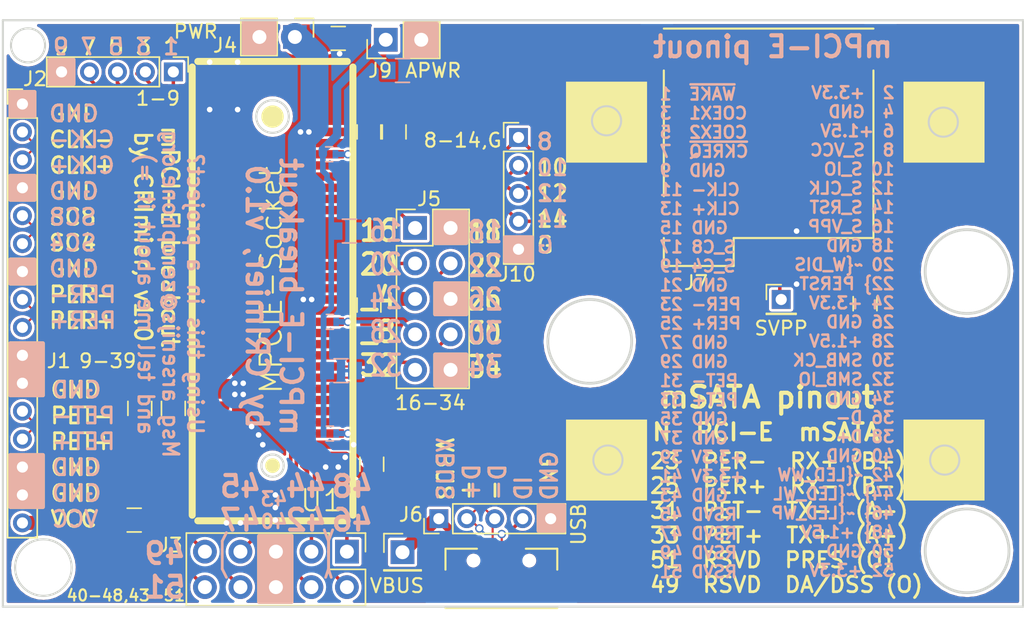
<source format=kicad_pcb>
(kicad_pcb (version 20171130) (host pcbnew "(5.1.2)-1")
  (layers (0 F.Cu signal) (31 B.Cu signal) (34 B.Paste user) (35 F.Paste user) (36 B.SilkS user) (37 F.SilkS user) (38 B.Mask user) (39 F.Mask user) (44 Edge.Cuts user))
  (net 0 "")
  (net 1 VCC)
  (net 2 GND)
  (net 3 /CLK-)
  (net 4 /CLK+)
  (net 5 /SMH-)
  (net 6 /SMH+)
  (net 7 /PER-)
  (net 8 /PER+)
  (net 9 /PET0-)
  (net 10 /PET0+)
  (net 11 "Net-(J2-Pad1)")
  (net 12 "Net-(J2-Pad2)")
  (net 13 "Net-(J2-Pad3)")
  (net 14 "Net-(J2-Pad4)")
  (net 15 "Net-(J3-Pad1)")
  (net 16 "Net-(J3-Pad2)")
  (net 17 "Net-(J3-Pad3)")
  (net 18 "Net-(J3-Pad4)")
  (net 19 "Net-(J3-Pad7)")
  (net 20 "Net-(J3-Pad8)")
  (net 21 "Net-(J3-Pad9)")
  (net 22 "Net-(J3-Pad10)")
  (net 23 "Net-(J5-Pad1)")
  (net 24 "Net-(J5-Pad3)")
  (net 25 "Net-(J5-Pad4)")
  (net 26 "Net-(J5-Pad7)")
  (net 27 "Net-(J5-Pad8)")
  (net 28 "Net-(J5-Pad9)")
  (net 29 "Net-(J6-Pad1)")
  (net 30 "Net-(R1-Pad1)")
  (net 31 +1V5)
  (net 32 "Net-(J6-Pad4)")
  (net 33 /D+)
  (net 34 /D-)
  (net 35 /SIM_VCC)
  (net 36 /SIM_RST)
  (net 37 /SIM_CLK)
  (net 38 /SIM_VPP)
  (net 39 /SIM_IO)
  (module Capacitors_SMD:C_0805 (layer F.Cu) (at 173.2 98.8 270)
    (fp_text reference C1 hide)
    (fp_text value 100nF)
    (pad 1 smd rect (at -1 0 270) (size 1 1.25) (layers F.Cu F.Paste F.Mask) (net 1 VCC))
    (pad 2 smd rect (at 1 0 270) (size 1 1.25) (layers F.Cu F.Paste F.Mask) (net 2 GND))
  )
  (module Capacitors_SMD:C_0805 (layer F.Cu) (at 187.4 102.8 90)
    (fp_text reference C2 hide)
    (fp_text value 100nF)
    (pad 1 smd rect (at -1 0 90) (size 1 1.25) (layers F.Cu F.Paste F.Mask) (net 1 VCC))
    (pad 2 smd rect (at 1 0 90) (size 1 1.25) (layers F.Cu F.Paste F.Mask) (net 2 GND))
  )
  (module Capacitors_SMD:C_0805 (layer F.Cu) (at 170.8 98.8 90)
    (fp_text reference C3 hide)
    (fp_text value 100nF)
    (pad 1 smd rect (at -1 0 90) (size 1 1.25) (layers F.Cu F.Paste F.Mask) (net 1 VCC))
    (pad 2 smd rect (at 1 0 90) (size 1 1.25) (layers F.Cu F.Paste F.Mask) (net 2 GND))
  )
  (module Capacitors_SMD:C_0805 (layer F.Cu) (at 187.2 79 270)
    (fp_text reference C4 hide)
    (fp_text value 100nF)
    (pad 1 smd rect (at -1 0 270) (size 1 1.25) (layers F.Cu F.Paste F.Mask) (net 1 VCC))
    (pad 2 smd rect (at 1 0 270) (size 1 1.25) (layers F.Cu F.Paste F.Mask) (net 2 GND))
  )
  (module Capacitors_SMD:C_0805 (layer F.Cu) (at 187.2 91.4 270)
    (fp_text reference C5 hide)
    (fp_text value 100nF)
    (pad 1 smd rect (at -1 0 270) (size 1 1.25) (layers F.Cu F.Paste F.Mask) (net 1 VCC))
    (pad 2 smd rect (at 1 0 270) (size 1 1.25) (layers F.Cu F.Paste F.Mask) (net 2 GND))
  )
  (module Capacitors_SMD:C_0805 (layer F.Cu) (at 170.4 106.8)
    (fp_text reference C6 hide)
    (fp_text value 100nF)
    (pad 1 smd rect (at -1 0) (size 1 1.25) (layers F.Cu F.Paste F.Mask) (net 1 VCC))
    (pad 2 smd rect (at 1 0) (size 1 1.25) (layers F.Cu F.Paste F.Mask) (net 2 GND))
  )
  (module Capacitors_SMD:C_0805 (layer F.Cu) (at 185 72.3)
    (fp_text reference C7 hide)
    (fp_text value 100nF)
    (pad 1 smd rect (at -1 0) (size 1 1.25) (layers F.Cu F.Paste F.Mask) (net 1 VCC))
    (pad 2 smd rect (at 1 0) (size 1 1.25) (layers F.Cu F.Paste F.Mask) (net 2 GND))
  )
  (module Capacitors_SMD:C_0805 (layer F.Cu) (at 189 79 270)
    (fp_text reference C8 hide)
    (fp_text value 100nF)
    (pad 1 smd rect (at -1 0 270) (size 1 1.25) (layers F.Cu F.Paste F.Mask) (net 1 VCC))
    (pad 2 smd rect (at 1 0 270) (size 1 1.25) (layers F.Cu F.Paste F.Mask) (net 2 GND))
  )
  (module Capacitors_SMD:C_0805 (layer F.Cu) (at 222.7 91.3 270)
    (fp_text reference C9 hide)
    (fp_text value 100nF)
    (pad 1 smd rect (at -1 0 270) (size 1 1.25) (layers F.Cu F.Paste F.Mask) (net 35 /SIM_VCC))
    (pad 2 smd rect (at 1 0 270) (size 1 1.25) (layers F.Cu F.Paste F.Mask) (net 2 GND))
  )
  (module Pin_Headers:Pin_Header_Straight_1x16_Pitch2.00mm (layer F.Cu) (at 162.4 77)
    (fp_text reference J1 (at 2.6 18.4 180) (layer F.SilkS))
    (fp_text value 9-39 (at 6.1 18.4 180) (layer F.SilkS))
    (pad 1 thru_hole rect (at 0 0) (size 1.35 1.35) (drill 0.8) (layers *.Cu *.Mask) (net 2 GND))
    (pad 2 thru_hole oval (at 0 2) (size 1.35 1.35) (drill 0.8) (layers *.Cu *.Mask) (net 3 /CLK-))
    (pad 3 thru_hole oval (at 0 4) (size 1.35 1.35) (drill 0.8) (layers *.Cu *.Mask) (net 4 /CLK+))
    (pad 4 thru_hole oval (at 0 6) (size 1.35 1.35) (drill 0.8) (layers *.Cu *.Mask) (net 2 GND))
    (pad 5 thru_hole oval (at 0 8) (size 1.35 1.35) (drill 0.8) (layers *.Cu *.Mask) (net 5 /SMH-))
    (pad 6 thru_hole oval (at 0 10) (size 1.35 1.35) (drill 0.8) (layers *.Cu *.Mask) (net 6 /SMH+))
    (pad 7 thru_hole oval (at 0 12) (size 1.35 1.35) (drill 0.8) (layers *.Cu *.Mask) (net 2 GND))
    (pad 8 thru_hole oval (at 0 14) (size 1.35 1.35) (drill 0.8) (layers *.Cu *.Mask) (net 7 /PER-))
    (pad 9 thru_hole oval (at 0 16) (size 1.35 1.35) (drill 0.8) (layers *.Cu *.Mask) (net 8 /PER+))
    (pad 10 thru_hole oval (at 0 18) (size 1.35 1.35) (drill 0.8) (layers *.Cu *.Mask) (net 2 GND))
    (pad 11 thru_hole oval (at 0 20) (size 1.35 1.35) (drill 0.8) (layers *.Cu *.Mask) (net 2 GND))
    (pad 12 thru_hole oval (at 0 22) (size 1.35 1.35) (drill 0.8) (layers *.Cu *.Mask) (net 9 /PET0-))
    (pad 13 thru_hole oval (at 0 24) (size 1.35 1.35) (drill 0.8) (layers *.Cu *.Mask) (net 10 /PET0+))
    (pad 14 thru_hole oval (at 0 26) (size 1.35 1.35) (drill 0.8) (layers *.Cu *.Mask) (net 2 GND))
    (pad 15 thru_hole oval (at 0 28) (size 1.35 1.35) (drill 0.8) (layers *.Cu *.Mask) (net 2 GND))
    (pad 16 thru_hole oval (at 0 30) (size 1.35 1.35) (drill 0.8) (layers *.Cu *.Mask) (net 1 VCC))
  )
  (module Pin_Headers:Pin_Header_Straight_1x05_Pitch2.00mm (layer F.Cu) (at 173.2 74.7 270)
    (fp_text reference J2 (at 0.5 9.9) (layer F.SilkS))
    (fp_text value 1-9 (at 1.9 1.1) (layer F.SilkS))
    (pad 1 thru_hole rect (at 0 0 270) (size 1.35 1.35) (drill 0.8) (layers *.Cu *.Mask) (net 11 "Net-(J2-Pad1)"))
    (pad 2 thru_hole oval (at 0 2 270) (size 1.35 1.35) (drill 0.8) (layers *.Cu *.Mask) (net 12 "Net-(J2-Pad2)"))
    (pad 3 thru_hole oval (at 0 4 270) (size 1.35 1.35) (drill 0.8) (layers *.Cu *.Mask) (net 13 "Net-(J2-Pad3)"))
    (pad 4 thru_hole oval (at 0 6 270) (size 1.35 1.35) (drill 0.8) (layers *.Cu *.Mask) (net 14 "Net-(J2-Pad4)"))
    (pad 5 thru_hole oval (at 0 8 270) (size 1.35 1.35) (drill 0.8) (layers *.Cu *.Mask) (net 2 GND))
  )
  (module Pin_Headers:Pin_Header_Straight_2x05_Pitch2.54mm (layer F.Cu) (at 185.62 109.06 270)
    (fp_text reference J3 (at -0.46 12.62) (layer F.SilkS))
    (fp_text value 40-48,43-51 (at 3.14 15.82) (layer F.SilkS) (effects (font (size 0.8 0.8))))
    (pad 1 thru_hole rect (at 0 0 270) (size 1.7 1.7) (drill 1) (layers *.Cu *.Mask) (net 15 "Net-(J3-Pad1)"))
    (pad 2 thru_hole oval (at 2.54 0 270) (size 1.7 1.7) (drill 1) (layers *.Cu *.Mask) (net 16 "Net-(J3-Pad2)"))
    (pad 3 thru_hole oval (at 0 2.54 270) (size 1.7 1.7) (drill 1) (layers *.Cu *.Mask) (net 17 "Net-(J3-Pad3)"))
    (pad 4 thru_hole oval (at 2.54 2.54 270) (size 1.7 1.7) (drill 1) (layers *.Cu *.Mask) (net 18 "Net-(J3-Pad4)"))
    (pad 5 thru_hole oval (at 0 5.08 270) (size 1.7 1.7) (drill 1) (layers *.Cu *.Mask) (net 2 GND))
    (pad 6 thru_hole oval (at 2.54 5.08 270) (size 1.7 1.7) (drill 1) (layers *.Cu *.Mask) (net 2 GND))
    (pad 7 thru_hole oval (at 0 7.62 270) (size 1.7 1.7) (drill 1) (layers *.Cu *.Mask) (net 19 "Net-(J3-Pad7)"))
    (pad 8 thru_hole oval (at 2.54 7.62 270) (size 1.7 1.7) (drill 1) (layers *.Cu *.Mask) (net 20 "Net-(J3-Pad8)"))
    (pad 9 thru_hole oval (at 0 10.16 270) (size 1.7 1.7) (drill 1) (layers *.Cu *.Mask) (net 21 "Net-(J3-Pad9)"))
    (pad 10 thru_hole oval (at 2.54 10.16 270) (size 1.7 1.7) (drill 1) (layers *.Cu *.Mask) (net 22 "Net-(J3-Pad10)"))
  )
  (module Pin_Headers:Pin_Header_Straight_1x02_Pitch2.54mm (layer F.Cu) (at 181.9 72.2 270)
    (fp_text reference J4 (at 0.6 5) (layer F.SilkS))
    (fp_text value PWR (at -0.4 7.1) (layer F.SilkS))
    (pad 1 thru_hole rect (at 0 0 270) (size 1.7 1.7) (drill 1) (layers *.Cu *.Mask) (net 1 VCC))
    (pad 2 thru_hole oval (at 0 2.54 270) (size 1.7 1.7) (drill 1) (layers *.Cu *.Mask) (net 2 GND))
  )
  (module Pin_Headers:Pin_Header_Straight_1x05_Pitch2.00mm (layer F.Cu) (at 192.2 106.7 90)
    (fp_text reference J6 (at 0.3 -2 180) (layer F.SilkS))
    (fp_text value USB (at -0.4 10 270) (layer F.SilkS))
    (pad 1 thru_hole rect (at 0 0 90) (size 1.35 1.35) (drill 0.8) (layers *.Cu *.Mask) (net 29 "Net-(J6-Pad1)"))
    (pad 2 thru_hole oval (at 0 2 90) (size 1.35 1.35) (drill 0.8) (layers *.Cu *.Mask) (net 33 /D+))
    (pad 3 thru_hole oval (at 0 4 90) (size 1.35 1.35) (drill 0.8) (layers *.Cu *.Mask) (net 34 /D-))
    (pad 4 thru_hole oval (at 0 6 90) (size 1.35 1.35) (drill 0.8) (layers *.Cu *.Mask) (net 32 "Net-(J6-Pad4)"))
    (pad 5 thru_hole oval (at 0 8 90) (size 1.35 1.35) (drill 0.8) (layers *.Cu *.Mask) (net 2 GND))
  )
  (module Resistors_SMD:R_0402 (layer B.Cu) (at 184.35 80.6 180)
    (fp_text reference R1 hide)
    (fp_text value 0)
    (pad 1 smd rect (at -0.45 0 180) (size 0.4 0.6) (layers B.Cu B.Paste B.Mask) (net 30 "Net-(R1-Pad1)"))
    (pad 2 smd rect (at 0.45 0 180) (size 0.4 0.6) (layers B.Cu B.Paste B.Mask) (net 31 +1V5))
  )
  (module Resistors_SMD:R_0402 (layer B.Cu) (at 184.4 92.6 180)
    (fp_text reference R2 hide)
    (fp_text value 0)
    (pad 1 smd rect (at -0.45 0 180) (size 0.4 0.6) (layers B.Cu B.Paste B.Mask) (net 26 "Net-(J5-Pad7)"))
    (pad 2 smd rect (at 0.45 0 180) (size 0.4 0.6) (layers B.Cu B.Paste B.Mask) (net 31 +1V5))
  )
  (module Resistors_SMD:R_0402 (layer B.Cu) (at 184.4 100.6 180)
    (fp_text reference R3 hide)
    (fp_text value 0)
    (pad 1 smd rect (at -0.45 0 180) (size 0.4 0.6) (layers B.Cu B.Paste B.Mask) (net 15 "Net-(J3-Pad1)"))
    (pad 2 smd rect (at 0.45 0 180) (size 0.4 0.6) (layers B.Cu B.Paste B.Mask) (net 31 +1V5))
  )
  (module Pin_Headers:Pin_Header_Straight_1x01_Pitch2.54mm (layer F.Cu) (at 189.6 109.1)
    (fp_text reference TP2 hide)
    (fp_text value VBUS (at -0.4 2.4) (layer F.SilkS))
    (pad 1 thru_hole rect (at 0 0) (size 1.7 1.7) (drill 1) (layers *.Cu *.Mask) (net 29 "Net-(J6-Pad1)"))
  )
  (module mpcie_breakout:mpcie-socket (layer F.Cu) (at 180.3 77.9 270)
    (fp_text reference U1 (at 27.5 -3.5) (layer F.SilkS) (effects (font (size 1.524 1.524))))
    (fp_text value MPCIE-Socket (at 11.7 0.1 90) (layer F.SilkS) (effects (font (size 1.524 1.524))))
    (pad "" connect circle (at 25 0 270) (size 1.05 1.05) (layers F.SilkS Dwgs.User))
    (pad "" connect circle (at 0 0 270) (size 1.6 1.6) (layers F.SilkS Dwgs.User))
    (pad "" smd rect (at -2.15 3.5 270) (size 2.3 3.2) (layers F.Cu F.Paste F.Mask))
    (pad "" smd rect (at 27.15 3.5 270) (size 2.3 3.2) (layers F.Cu F.Paste F.Mask))
    (pad "" connect rect (at 0.4 -23.9 270) (size 5.8 5.8) (layers F.SilkS))
    (pad "" connect rect (at 0.4 -48.05 270) (size 5.8 5.8) (layers F.SilkS))
    (pad "" connect rect (at 24.6 -48.05 270) (size 5.8 5.8) (layers F.SilkS))
    (pad "" connect rect (at 24.6 -23.9 270) (size 5.8 5.8) (layers F.SilkS))
    (pad 1 smd rect (at 0.7 4.1 270) (size 0.6 2) (layers F.Cu F.Paste F.Mask) (net 11 "Net-(J2-Pad1)"))
    (pad 2 smd rect (at 1.1 -4.1 270) (size 0.6 2) (layers F.Cu F.Paste F.Mask) (net 1 VCC))
    (pad 3 smd rect (at 1.5 4.1 270) (size 0.6 2) (layers F.Cu F.Paste F.Mask) (net 12 "Net-(J2-Pad2)"))
    (pad 4 smd rect (at 1.9 -4.1 270) (size 0.6 2) (layers F.Cu F.Paste F.Mask) (net 2 GND))
    (pad 5 smd rect (at 2.3 4.1 270) (size 0.6 2) (layers F.Cu F.Paste F.Mask) (net 13 "Net-(J2-Pad3)"))
    (pad 6 smd rect (at 2.7 -4.1 270) (size 0.6 2) (layers F.Cu F.Paste F.Mask) (net 30 "Net-(R1-Pad1)"))
    (pad 7 smd rect (at 3.1 4.1 270) (size 0.6 2) (layers F.Cu F.Paste F.Mask) (net 14 "Net-(J2-Pad4)"))
    (pad 8 smd rect (at 3.5 -4.1 270) (size 0.6 2) (layers F.Cu F.Paste F.Mask) (net 35 /SIM_VCC))
    (pad 9 smd rect (at 3.9 4.1 270) (size 0.6 2) (layers F.Cu F.Paste F.Mask) (net 2 GND))
    (pad 10 smd rect (at 4.3 -4.1 270) (size 0.6 2) (layers F.Cu F.Paste F.Mask) (net 39 /SIM_IO))
    (pad 11 smd rect (at 4.7 4.1 270) (size 0.6 2) (layers F.Cu F.Paste F.Mask) (net 3 /CLK-))
    (pad 12 smd rect (at 5.1 -4.1 270) (size 0.6 2) (layers F.Cu F.Paste F.Mask) (net 37 /SIM_CLK))
    (pad 13 smd rect (at 5.5 4.1 270) (size 0.6 2) (layers F.Cu F.Paste F.Mask) (net 4 /CLK+))
    (pad 14 smd rect (at 5.9 -4.1 270) (size 0.6 2) (layers F.Cu F.Paste F.Mask) (net 36 /SIM_RST))
    (pad 15 smd rect (at 6.3 4.1 270) (size 0.6 2) (layers F.Cu F.Paste F.Mask) (net 2 GND))
    (pad 16 smd rect (at 6.7 -4.1 270) (size 0.6 2) (layers F.Cu F.Paste F.Mask) (net 23 "Net-(J5-Pad1)"))
    (pad 17 smd rect (at 10.3 4.1 270) (size 0.6 2) (layers F.Cu F.Paste F.Mask) (net 5 /SMH-))
    (pad 18 smd rect (at 10.7 -4.1 270) (size 0.6 2) (layers F.Cu F.Paste F.Mask) (net 2 GND))
    (pad 19 smd rect (at 11.1 4.1 270) (size 0.6 2) (layers F.Cu F.Paste F.Mask) (net 6 /SMH+))
    (pad 20 smd rect (at 11.5 -4.1 270) (size 0.6 2) (layers F.Cu F.Paste F.Mask) (net 24 "Net-(J5-Pad3)"))
    (pad 21 smd rect (at 11.9 4.1 270) (size 0.6 2) (layers F.Cu F.Paste F.Mask) (net 2 GND))
    (pad 22 smd rect (at 12.3 -4.1 270) (size 0.6 2) (layers F.Cu F.Paste F.Mask) (net 25 "Net-(J5-Pad4)"))
    (pad 23 smd rect (at 12.7 4.1 270) (size 0.6 2) (layers F.Cu F.Paste F.Mask) (net 7 /PER-))
    (pad 24 smd rect (at 13.1 -4.1 270) (size 0.6 2) (layers F.Cu F.Paste F.Mask) (net 1 VCC))
    (pad 25 smd rect (at 13.5 4.1 270) (size 0.6 2) (layers F.Cu F.Paste F.Mask) (net 8 /PER+))
    (pad 26 smd rect (at 13.9 -4.1 270) (size 0.6 2) (layers F.Cu F.Paste F.Mask) (net 2 GND))
    (pad 27 smd rect (at 14.3 4.1 270) (size 0.6 2) (layers F.Cu F.Paste F.Mask) (net 2 GND))
    (pad 28 smd rect (at 14.7 -4.1 270) (size 0.6 2) (layers F.Cu F.Paste F.Mask) (net 26 "Net-(J5-Pad7)"))
    (pad 29 smd rect (at 15.1 4.1 270) (size 0.6 2) (layers F.Cu F.Paste F.Mask) (net 2 GND))
    (pad 30 smd rect (at 15.5 -4.1 270) (size 0.6 2) (layers F.Cu F.Paste F.Mask) (net 27 "Net-(J5-Pad8)"))
    (pad 31 smd rect (at 15.9 4.1 270) (size 0.6 2) (layers F.Cu F.Paste F.Mask) (net 9 /PET0-))
    (pad 32 smd rect (at 16.3 -4.1 270) (size 0.6 2) (layers F.Cu F.Paste F.Mask) (net 28 "Net-(J5-Pad9)"))
    (pad 33 smd rect (at 16.7 4.1 270) (size 0.6 2) (layers F.Cu F.Paste F.Mask) (net 10 /PET0+))
    (pad 34 smd rect (at 17.1 -4.1 270) (size 0.6 2) (layers F.Cu F.Paste F.Mask) (net 2 GND))
    (pad 35 smd rect (at 17.5 4.1 270) (size 0.6 2) (layers F.Cu F.Paste F.Mask) (net 2 GND))
    (pad 36 smd rect (at 17.9 -4.1 270) (size 0.6 2) (layers F.Cu F.Paste F.Mask) (net 34 /D-))
    (pad 37 smd rect (at 18.3 4.1 270) (size 0.6 2) (layers F.Cu F.Paste F.Mask) (net 2 GND))
    (pad 38 smd rect (at 18.7 -4.1 270) (size 0.6 2) (layers F.Cu F.Paste F.Mask) (net 33 /D+))
    (pad 39 smd rect (at 19.1 4.1 270) (size 0.6 2) (layers F.Cu F.Paste F.Mask) (net 1 VCC))
    (pad 40 smd rect (at 19.5 -4.1 270) (size 0.6 2) (layers F.Cu F.Paste F.Mask) (net 2 GND))
    (pad 41 smd rect (at 19.9 4.1 270) (size 0.6 2) (layers F.Cu F.Paste F.Mask) (net 1 VCC))
    (pad 42 smd rect (at 20.3 -4.1 270) (size 0.6 2) (layers F.Cu F.Paste F.Mask) (net 18 "Net-(J3-Pad4)"))
    (pad 43 smd rect (at 20.7 4.1 270) (size 0.6 2) (layers F.Cu F.Paste F.Mask) (net 2 GND))
    (pad 44 smd rect (at 21.1 -4.1 270) (size 0.6 2) (layers F.Cu F.Paste F.Mask) (net 17 "Net-(J3-Pad3)"))
    (pad 45 smd rect (at 21.5 4.1 270) (size 0.6 2) (layers F.Cu F.Paste F.Mask) (net 19 "Net-(J3-Pad7)"))
    (pad 46 smd rect (at 21.9 -4.1 270) (size 0.6 2) (layers F.Cu F.Paste F.Mask) (net 16 "Net-(J3-Pad2)"))
    (pad 47 smd rect (at 22.3 4.1 270) (size 0.6 2) (layers F.Cu F.Paste F.Mask) (net 20 "Net-(J3-Pad8)"))
    (pad 48 smd rect (at 22.7 -4.1 270) (size 0.6 2) (layers F.Cu F.Paste F.Mask) (net 15 "Net-(J3-Pad1)"))
    (pad 49 smd rect (at 23.1 4.1 270) (size 0.6 2) (layers F.Cu F.Paste F.Mask) (net 21 "Net-(J3-Pad9)"))
    (pad 50 smd rect (at 23.5 -4.1 270) (size 0.6 2) (layers F.Cu F.Paste F.Mask) (net 2 GND))
    (pad 51 smd rect (at 23.9 4.1 270) (size 0.6 2) (layers F.Cu F.Paste F.Mask) (net 22 "Net-(J3-Pad10)"))
    (pad 52 smd rect (at 24.3 -4.1 270) (size 0.6 2) (layers F.Cu F.Paste F.Mask) (net 1 VCC))
  )
  (module Pin_Headers:Pin_Header_Straight_2x05_Pitch2.54mm (layer F.Cu) (at 190.5 85.88)
    (fp_text reference J5 (at 1 -2.08 180) (layer F.SilkS))
    (fp_text value 16-34 (at 1.1 12.52 180) (layer F.SilkS))
    (pad 1 thru_hole rect (at 0 0) (size 1.7 1.7) (drill 1) (layers *.Cu *.Mask) (net 23 "Net-(J5-Pad1)"))
    (pad 2 thru_hole oval (at 2.54 0) (size 1.7 1.7) (drill 1) (layers *.Cu *.Mask) (net 2 GND))
    (pad 3 thru_hole oval (at 0 2.54) (size 1.7 1.7) (drill 1) (layers *.Cu *.Mask) (net 24 "Net-(J5-Pad3)"))
    (pad 4 thru_hole oval (at 2.54 2.54) (size 1.7 1.7) (drill 1) (layers *.Cu *.Mask) (net 25 "Net-(J5-Pad4)"))
    (pad 5 thru_hole oval (at 0 5.08) (size 1.7 1.7) (drill 1) (layers *.Cu *.Mask) (net 1 VCC))
    (pad 6 thru_hole oval (at 2.54 5.08) (size 1.7 1.7) (drill 1) (layers *.Cu *.Mask) (net 2 GND))
    (pad 7 thru_hole oval (at 0 7.62) (size 1.7 1.7) (drill 1) (layers *.Cu *.Mask) (net 26 "Net-(J5-Pad7)"))
    (pad 8 thru_hole oval (at 2.54 7.62) (size 1.7 1.7) (drill 1) (layers *.Cu *.Mask) (net 27 "Net-(J5-Pad8)"))
    (pad 9 thru_hole oval (at 0 10.16) (size 1.7 1.7) (drill 1) (layers *.Cu *.Mask) (net 28 "Net-(J5-Pad9)"))
    (pad 10 thru_hole oval (at 2.54 10.16) (size 1.7 1.7) (drill 1) (layers *.Cu *.Mask) (net 2 GND))
  )
  (module mpcie_breakout:MICROSIM_6P_SMD_HOLDER (layer F.Cu) (at 215.8 80.6)
    (fp_text reference J7 (at -5.2 9.2) (layer F.SilkS))
    (fp_text value SIM_Card)
    (pad 8 smd rect (at -8 -7.5) (size 2 3) (layers F.Cu F.Paste F.Mask))
    (pad 8 smd rect (at 8 -7.5) (size 2 3) (layers F.Cu F.Paste F.Mask))
    (pad 8 smd rect (at -7.9 4.5) (size 1 3) (layers F.Cu F.Paste F.Mask))
    (pad 1 smd oval (at 6.8 7.4) (size 0.6 2.5) (layers F.Cu F.Paste F.Mask) (net 35 /SIM_VCC))
    (pad 2 smd oval (at 5.6 7.4) (size 0.6 2.5) (layers F.Cu F.Paste F.Mask) (net 36 /SIM_RST))
    (pad 3 smd oval (at 4.4 7.4) (size 0.6 2.5) (layers F.Cu F.Paste F.Mask) (net 37 /SIM_CLK))
    (pad 4 smd oval (at 3.2 7.4) (size 0.6 2.5) (layers F.Cu F.Paste F.Mask))
    (pad 5 smd oval (at 2 7.4) (size 0.6 2.5) (layers F.Cu F.Paste F.Mask) (net 2 GND))
    (pad 6 smd oval (at 0.8 7.4) (size 0.6 2.5) (layers F.Cu F.Paste F.Mask) (net 38 /SIM_VPP))
    (pad 7 smd oval (at -0.4 7.4) (size 0.6 2.5) (layers F.Cu F.Paste F.Mask) (net 39 /SIM_IO))
  )
  (module mpcie_breakout:MICROUSB_SIMPLE (layer F.Cu) (at 196.675 109.1 180)
    (fp_text reference J8 hide)
    (fp_text value USB_OTG)
    (pad 1 smd rect (at 1.25 0 180) (size 0.4 1.5) (layers F.Cu F.Paste F.Mask) (net 29 "Net-(J6-Pad1)"))
    (pad 2 smd rect (at 0.625 0 180) (size 0.4 1.5) (layers F.Cu F.Paste F.Mask) (net 34 /D-))
    (pad 3 smd rect (at 0 0 180) (size 0.4 1.5) (layers F.Cu F.Paste F.Mask) (net 33 /D+))
    (pad 4 smd rect (at -0.625 0 180) (size 0.4 1.5) (layers F.Cu F.Paste F.Mask) (net 32 "Net-(J6-Pad4)"))
    (pad 5 smd rect (at -1.25 0 180) (size 0.4 1.5) (layers F.Cu F.Paste F.Mask) (net 2 GND))
    (pad 6 smd rect (at -1.1 -2.5 180) (size 1.8 1.8) (layers F.Cu F.Paste F.Mask) (net 2 GND))
    (pad 6 smd rect (at 1.1 -2.5 180) (size 1.8 1.8) (layers F.Cu F.Paste F.Mask) (net 2 GND))
    (pad 6 smd rect (at 3.8 -2.6 180) (size 2.7 2) (layers F.Cu F.Paste F.Mask) (net 2 GND))
    (pad 6 smd rect (at -3.8 -2.6 180) (size 2.7 2) (layers F.Cu F.Paste F.Mask) (net 2 GND))
    (pad "" np_thru_hole circle (at 2 -0.6 180) (size 0.6 0.6) (drill 0.6) (layers *.Cu *.Mask))
    (pad "" np_thru_hole circle (at -2 -0.6 180) (size 0.6 0.6) (drill 0.6) (layers *.Cu *.Mask))
  )
  (module Pin_Headers:Pin_Header_Straight_1x01_Pitch2.00mm (layer F.Cu) (at 216.7 91)
    (fp_text reference TP1 hide)
    (fp_text value SVPP (at 0 2.06) (layer F.SilkS))
    (pad 1 thru_hole rect (at 0 0) (size 1.35 1.35) (drill 0.8) (layers *.Cu *.Mask) (net 38 /SIM_VPP))
  )
  (module Pin_Headers:Pin_Header_Straight_1x02_Pitch2.54mm (layer F.Cu) (at 188.4 72.4 90)
    (fp_text reference J9 (at -2.2 -0.4 180) (layer F.SilkS))
    (fp_text value APWR (at -2.2 3.4 180) (layer F.SilkS))
    (pad 1 thru_hole rect (at 0 0 90) (size 1.7 1.7) (drill 1) (layers *.Cu *.Mask) (net 31 +1V5))
    (pad 2 thru_hole oval (at 0 2.54 90) (size 1.7 1.7) (drill 1) (layers *.Cu *.Mask) (net 2 GND))
  )
  (module Pin_Headers:Pin_Header_Straight_1x05_Pitch2.00mm (layer F.Cu) (at 197.9 79.4)
    (fp_text reference J10 (at -0.1 9.8) (layer F.SilkS))
    (fp_text value 8-14,G (at -4 0.2) (layer F.SilkS))
    (pad 1 thru_hole rect (at 0 0) (size 1.35 1.35) (drill 0.8) (layers *.Cu *.Mask) (net 35 /SIM_VCC))
    (pad 2 thru_hole oval (at 0 2) (size 1.35 1.35) (drill 0.8) (layers *.Cu *.Mask) (net 39 /SIM_IO))
    (pad 3 thru_hole oval (at 0 4) (size 1.35 1.35) (drill 0.8) (layers *.Cu *.Mask) (net 37 /SIM_CLK))
    (pad 4 thru_hole oval (at 0 6) (size 1.35 1.35) (drill 0.8) (layers *.Cu *.Mask) (net 36 /SIM_RST))
    (pad 5 thru_hole oval (at 0 8) (size 1.35 1.35) (drill 0.8) (layers *.Cu *.Mask) (net 2 GND))
  )
  (module Capacitors_SMD:C_0805 (layer B.Cu) (at 189.6 74.6)
    (fp_text reference C10 hide)
    (fp_text value 100nF)
    (pad 1 smd rect (at -1 0) (size 1 1.25) (layers B.Cu B.Paste B.Mask) (net 31 +1V5))
    (pad 2 smd rect (at 1 0) (size 1 1.25) (layers B.Cu B.Paste B.Mask) (net 2 GND))
  )
  (module Capacitors_SMD:C_0805 (layer B.Cu) (at 185.8 86.1)
    (fp_text reference C11 hide)
    (fp_text value 100nF)
    (pad 1 smd rect (at -1 0) (size 1 1.25) (layers B.Cu B.Paste B.Mask) (net 31 +1V5))
    (pad 2 smd rect (at 1 0) (size 1 1.25) (layers B.Cu B.Paste B.Mask) (net 2 GND))
  )
  (module Capacitors_SMD:C_0805 (layer B.Cu) (at 185.2 96.1)
    (fp_text reference C12 hide)
    (fp_text value 100nF)
    (pad 1 smd rect (at -1 0) (size 1 1.25) (layers B.Cu B.Paste B.Mask) (net 31 +1V5))
    (pad 2 smd rect (at 1 0) (size 1 1.25) (layers B.Cu B.Paste B.Mask) (net 2 GND))
  )
  (gr_text "Using this in a project?\nMsg arsenijs@zerophone.org\nand tell me about it =)" (at 173 90.6 270) (layer B.SilkS) (effects (font (size 1.1 1.1) (thickness 0.2)) (justify mirror)))
  (gr_text "mSATA pinout" (at 215.7 98) (layer F.SilkS) (effects (font (size 1.5 1.5) (thickness 0.3))))
  (gr_text "N  PCI-E  mSATA" (at 215.6 100.5) (layer F.SilkS) (effects (font (size 1.2 1.2) (thickness 0.25))))
  (gr_text "23  PER-  RX+ (B+)\n25  PER+  RX- (B-)\n31  PET-  TX-  (A-)\n33  PET+  TX+  (A+)\n51  RSVD  PRES (O)\n49  RSVD  DA/DSS (O)" (at 207.2 107) (layer F.SilkS) (effects (font (size 1.1 1.1) (thickness 0.2)) (justify left)))
  (gr_circle (center 230 89) (end 233 89.058912) (layer Edge.Cuts) (width 0.2))
  (gr_circle (center 203 94) (end 206 94.058912) (layer Edge.Cuts) (width 0.2))
  (gr_circle (center 230 109) (end 233 109.058912) (layer Edge.Cuts) (width 0.2))
  (gr_text "43\n40" (at 180.4 106.1) (layer B.SilkS) (effects (font (size 1 1) (thickness 0.2)) (justify mirror)))
  (gr_circle (center 163.9 110.2) (end 165.6 111.3) (layer Edge.Cuts) (width 0.15))
  (gr_circle (center 162.8 72.8) (end 163.8 73.5) (layer Edge.Cuts) (width 0.15))
  (gr_text "~WAKE~  1\nCOEX1  3\nCOEX2  5\n~CKREQ~  7\nGND  9\nCLK- 11\nCLK+ 13\nGND 15\nS_C8 17\nS_C4 19\nGND 21\nPER- 23\nPER+ 25\nGND 27\nGND 29\nPET- 31\nPET+ 33\nGND 35\nGND 37\n+3.3V 39\n+3.3V 41\nGND 43\nRSVD 45\nRSVD 47\nRSVD 49\nRSVD 51\n" (at 207.9 93.4) (layer B.SilkS) (effects (font (size 0.85 0.85) (thickness 0.18)) (justify right mirror)))
  (gr_text "mPCI-E pinout" (at 216.1 72.9) (layer B.SilkS) (effects (font (size 1.5 1.5) (thickness 0.3)) (justify mirror)))
  (gr_text "2  +3.3V\n4  GND\n6 +1.5V\n8  S_VCC\n10 S_IO\n12 S_CLK\n14 S_RST\n16 S_VPP\n18 GND\n20 ~W_DIS\n22 PERST\n24 +3.3V\n26 GND\n28 +1.5V\n30 SMB_CK\n32 SMB_IO\n34 GND\n36 D-\n38 D+\n40 GND\n42 ~LED_WW\n44 ~LED_WL\n46 ~LED_WP\n48 +1.5V\n50 GND\n52 +3.3V" (at 224.9 93.3) (layer B.SilkS) (effects (font (size 0.85 0.85) (thickness 0.18)) (justify left mirror)))
  (gr_line (start 184.3 110.3) (end 184.5 110.9) (layer B.SilkS) (width 0.2))
  (gr_line (start 184.3 110.3) (end 184.1 110.9) (layer B.SilkS) (width 0.2))
  (gr_line (start 184.3 108.3) (end 184.6 107.5) (layer B.SilkS) (width 0.2))
  (gr_line (start 184.3 108.3) (end 184 107.5) (layer B.SilkS) (width 0.2))
  (gr_line (start 184.3 110.3) (end 184.3 108.3) (layer B.SilkS) (width 0.2))
  (gr_text "48\n46" (at 186 105.6) (layer B.SilkS) (effects (font (size 1.5 1.5) (thickness 0.3)) (justify mirror)))
  (gr_text "44\n42" (at 182.7 105.6) (layer B.SilkS) (effects (font (size 1.5 1.5) (thickness 0.3)) (justify mirror)))
  (gr_line (start 176.7 110.3) (end 177 110.9) (layer B.SilkS) (width 0.2))
  (gr_line (start 176.7 108.3) (end 176.7 110.3) (layer B.SilkS) (width 0.2))
  (gr_line (start 177 107.7) (end 176.7 108.3) (layer B.SilkS) (width 0.2))
  (gr_text "45\n47" (at 178 105.6) (layer B.SilkS) (effects (font (size 1.5 1.5) (thickness 0.3)) (justify mirror)))
  (gr_text "49\n51" (at 172.6 110.4) (layer B.SilkS) (effects (font (size 1.5 1.5) (thickness 0.3)) (justify mirror)))
  (gr_text "18\n22\n26\n30\n34" (at 195.5 91) (layer F.SilkS) (effects (font (size 1.5 1.2) (thickness 0.25))))
  (gr_text "18\n22\n26\n30\n34" (at 195.5 91) (layer B.SilkS) (effects (font (size 1.5 1.3) (thickness 0.25)) (justify mirror)))
  (gr_text "16\n20\n24\n28\n32" (at 188.4 90.9) (layer B.SilkS) (effects (font (size 1.5 1.2) (thickness 0.23)) (justify mirror)))
  (gr_text "16\n20\n_4\n_8\n32" (at 187.9 90.9) (layer F.SilkS) (effects (font (size 1.5 1.4) (thickness 0.27))))
  (gr_text "GND\nID\nD-\nD+\nVBUS" (at 196.3 105.5 270) (layer F.SilkS) (effects (font (size 1.15 1.15) (thickness 0.2)) (justify right)))
  (gr_text "VBUS\nD+\nD-\nID\nGND" (at 196.4 105.5 90) (layer B.SilkS) (effects (font (size 1.15 1.15) (thickness 0.2)) (justify right mirror)))
  (gr_text "8\n10\n12\n14\nG" (at 199.1 83.4) (layer F.SilkS) (effects (font (size 1.15 1.15) (thickness 0.2)) (justify left)))
  (gr_text "8\n10\n12\n14\nG" (at 199.1 83.4) (layer B.SilkS) (effects (font (size 1.15 1.15) (thickness 0.2)) (justify right mirror)))
  (gr_text "1 3 5 7 9" (at 169.1 72.9) (layer B.SilkS) (effects (font (size 1.15 1.15) (thickness 0.2)) (justify mirror)))
  (gr_text "9 7 5 3 1" (at 169.1 72.9) (layer F.SilkS) (effects (font (size 1.15 1.15) (thickness 0.2))))
  (gr_circle (center 228.3 78.3) (end 228.6 79.3) (layer Edge.Cuts) (width 0.15))
  (gr_circle (center 228.4 102.5) (end 228.7 103.5) (layer Edge.Cuts) (width 0.15))
  (gr_circle (center 204.3 102.5) (end 204.6 103.5) (layer Edge.Cuts) (width 0.15))
  (gr_circle (center 204.2 78.2) (end 204.5 79.2) (layer Edge.Cuts) (width 0.15))
  (gr_text "GND\nPET-\nPET+\nGND\nGND\nVCC" (at 164.4 102.1) (layer B.SilkS) (effects (font (size 1.15 1.15) (thickness 0.2)) (justify right mirror)))
  (gr_text "GND\nCLK-\nCLK+\nGND\nSC8\nSC4\nGND\nPER-\nPER+" (at 164.2 85.1) (layer B.SilkS) (effects (font (size 1.15 1.15) (thickness 0.2)) (justify right mirror)))
  (gr_text "GND\nPET-\nPET+\nGND\nGND\nVCC" (at 164.3 102.1) (layer F.SilkS) (effects (font (size 1.15 1.15) (thickness 0.2)) (justify left)))
  (gr_text "GND\nCLK-\nCLK+\nGND\nSC8\nSC4\nGND\nPER-\nPER+" (at 164.2 85.1) (layer F.SilkS) (effects (font (size 1.15 1.15) (thickness 0.2)) (justify left)))
  (gr_text "mPCI-E breakout\nby CRImier, v1.0" (at 180.4 90.8 270) (layer B.SilkS) (effects (font (size 1.5 1.5) (thickness 0.3)) (justify mirror)))
  (gr_text "mPCI-E breakout\nby CRImier, v1.0" (at 172 86.5 270) (layer F.SilkS) (effects (font (size 1.2 1.2) (thickness 0.2))))
  (gr_circle (center 180.3 102.9) (end 181.1 102.9) (layer Edge.Cuts) (width 0.15))
  (gr_circle (center 180.3 77.9) (end 181.3 77.3) (layer Edge.Cuts) (width 0.15))
  (gr_line (start 234 71) (end 161 71) (layer Edge.Cuts) (width 0.15))
  (gr_line (start 234 113) (end 234 71) (layer Edge.Cuts) (width 0.15))
  (gr_line (start 161 113) (end 234 113) (layer Edge.Cuts) (width 0.15))
  (gr_line (start 161 71) (end 161 113) (layer Edge.Cuts) (width 0.15))
  (segment (start 166.2 107) (end 168 105.2) (width 1) (layer F.Cu) (net 1))
  (segment (start 168 105.2) (end 168.4 104.8) (width 1) (layer F.Cu) (net 1))
  (segment (start 169.4 106.8) (end 169.4 106.6) (width 1) (layer F.Cu) (net 1))
  (segment (start 169.4 106.6) (end 168 105.2) (width 1) (layer F.Cu) (net 1))
  (segment (start 178.2 97.8) (end 179.1 97.8) (width 2) (layer B.Cu) (net 1))
  (segment (start 179.1 97.8) (end 180.6 96.3) (width 2) (layer B.Cu) (net 1))
  (segment (start 180.6 99.7) (end 178.7 97.8) (width 2) (layer B.Cu) (net 1))
  (segment (start 183 102.1) (end 180.6 99.7) (width 2) (layer B.Cu) (net 1))
  (segment (start 180.6 99.7) (end 180.6 96.3) (width 2) (layer B.Cu) (net 1))
  (segment (start 182.4 93) (end 182.4 94.5) (width 2) (layer B.Cu) (net 1))
  (segment (start 182.4 94.5) (end 182.4 101.6) (width 2) (layer B.Cu) (net 1))
  (segment (start 180.6 96.3) (end 182.4 94.5) (width 2) (layer B.Cu) (net 1))
  (segment (start 182.4 101.6) (end 183 102.2) (width 2) (layer B.Cu) (net 1))
  (segment (start 185 103) (end 185 102.800002) (width 0.6) (layer F.Cu) (net 1))
  (segment (start 185 102.800002) (end 185.500001 102.300001) (width 0.6) (layer F.Cu) (net 1))
  (via (at 185.500001 102.300001) (size 0.6) (drill 0.4) (layers F.Cu B.Cu) (net 1))
  (segment (start 185.6 103) (end 184.1 103) (width 2) (layer B.Cu) (net 1))
  (segment (start 185 103) (end 185.6 103) (width 2) (layer B.Cu) (net 1))
  (segment (start 185 103) (end 184.7 103) (width 0.6) (layer B.Cu) (net 1))
  (segment (start 184.7 103) (end 184.1 103) (width 0.6) (layer B.Cu) (net 1))
  (segment (start 183 102.2) (end 183.3 102.2) (width 2) (layer B.Cu) (net 1))
  (segment (start 183.3 102.2) (end 184.1 103) (width 2) (layer B.Cu) (net 1))
  (segment (start 184.1 103) (end 184.1 102.5) (width 0.6) (layer F.Cu) (net 1))
  (segment (start 184.1 102.5) (end 184.4 102.2) (width 0.6) (layer F.Cu) (net 1))
  (segment (start 184.1 103) (end 185 103) (width 0.6) (layer F.Cu) (net 1))
  (via (at 184.1 103) (size 0.6) (drill 0.4) (layers F.Cu B.Cu) (net 1))
  (segment (start 184.4 102.2) (end 184.4 102.4) (width 0.6) (layer F.Cu) (net 1))
  (segment (start 184.4 102.4) (end 185 103) (width 0.6) (layer F.Cu) (net 1))
  (via (at 185 103) (size 0.6) (drill 0.4) (layers F.Cu B.Cu) (net 1))
  (segment (start 182.9 79) (end 182.3 79) (width 0.6) (layer F.Cu) (net 1))
  (segment (start 182.5 91) (end 183.1 91) (width 0.6) (layer F.Cu) (net 1))
  (segment (start 177.6 97.4) (end 177.6 97.8) (width 0.6) (layer F.Cu) (net 1))
  (segment (start 177.6 97) (end 177.6 97.4) (width 0.6) (layer F.Cu) (net 1))
  (segment (start 177.6 97.4) (end 176.2 97.4) (width 0.6) (layer F.Cu) (net 1))
  (segment (start 177.6 97) (end 178.2 97) (width 0.6) (layer F.Cu) (net 1))
  (segment (start 177.6 97.8) (end 178.2 97.8) (width 0.6) (layer F.Cu) (net 1))
  (segment (start 178.2 97) (end 178.2 97.8) (width 0.6) (layer F.Cu) (net 1))
  (segment (start 188.8 90.4) (end 189.36 90.96) (width 1) (layer F.Cu) (net 1))
  (segment (start 189.36 90.96) (end 190.5 90.96) (width 1) (layer F.Cu) (net 1))
  (segment (start 187.2 90.4) (end 188.8 90.4) (width 1) (layer F.Cu) (net 1))
  (segment (start 178.7 97.8) (end 177.6 97.8) (width 2) (layer B.Cu) (net 1))
  (segment (start 183 102.2) (end 183 102.1) (width 2) (layer B.Cu) (net 1))
  (segment (start 182.624866 101.824866) (end 182.624866 101.662119) (width 0.6) (layer B.Cu) (net 1))
  (segment (start 183 102.2) (end 182.624866 101.824866) (width 0.6) (layer B.Cu) (net 1))
  (segment (start 184 72.3) (end 182 72.3) (width 2) (layer F.Cu) (net 1))
  (segment (start 182 72.3) (end 181.9 72.2) (width 2) (layer F.Cu) (net 1))
  (segment (start 183.3 78.6) (end 183.3 73.6) (width 2) (layer B.Cu) (net 1))
  (segment (start 183.3 73.6) (end 181.9 72.2) (width 2) (layer B.Cu) (net 1))
  (segment (start 182.9 79) (end 183.3 78.6) (width 2) (layer B.Cu) (net 1))
  (segment (start 182.4 82.4) (end 182.4 79.5) (width 2) (layer B.Cu) (net 1))
  (segment (start 182.4 79.5) (end 182.9 79) (width 2) (layer B.Cu) (net 1))
  (segment (start 183.1 83.1) (end 182.4 82.4) (width 2) (layer B.Cu) (net 1))
  (segment (start 183.1 91) (end 183.1 83.1) (width 2) (layer B.Cu) (net 1))
  (segment (start 177.6 97.8) (end 182.4 93) (width 2) (layer B.Cu) (net 1))
  (segment (start 182.4 93) (end 182.4 91.1) (width 2) (layer B.Cu) (net 1))
  (segment (start 182.4 91.1) (end 182.5 91) (width 2) (layer B.Cu) (net 1))
  (segment (start 183.1 91) (end 182.5 91) (width 0.6) (layer B.Cu) (net 1))
  (via (at 182.5 91) (size 0.6) (drill 0.4) (layers F.Cu B.Cu) (net 1))
  (segment (start 184.4 91) (end 183.1 91) (width 0.6) (layer F.Cu) (net 1))
  (via (at 183.1 91) (size 0.6) (drill 0.4) (layers F.Cu B.Cu) (net 1))
  (segment (start 177.6 97.8) (end 178.2 97.8) (width 0.6) (layer B.Cu) (net 1))
  (via (at 178.2 97.8) (size 0.6) (drill 0.4) (layers F.Cu B.Cu) (net 1))
  (segment (start 176.2 97.8) (end 177.6 97.8) (width 0.6) (layer F.Cu) (net 1))
  (via (at 177.6 97.8) (size 0.6) (drill 0.4) (layers F.Cu B.Cu) (net 1))
  (segment (start 177.6 97) (end 178.2 97) (width 0.6) (layer B.Cu) (net 1))
  (via (at 178.2 97) (size 0.6) (drill 0.4) (layers F.Cu B.Cu) (net 1))
  (segment (start 176.2 97) (end 177.6 97) (width 0.6) (layer F.Cu) (net 1))
  (via (at 177.6 97) (size 0.6) (drill 0.4) (layers F.Cu B.Cu) (net 1))
  (segment (start 182.9 79) (end 182.3 79) (width 0.6) (layer B.Cu) (net 1))
  (via (at 182.3 79) (size 0.6) (drill 0.4) (layers F.Cu B.Cu) (net 1))
  (segment (start 184.4 79) (end 182.9 79) (width 0.6) (layer F.Cu) (net 1))
  (via (at 182.9 79) (size 0.6) (drill 0.4) (layers F.Cu B.Cu) (net 1))
  (segment (start 187.2 78) (end 189 78) (width 1) (layer F.Cu) (net 1))
  (segment (start 185.9 79) (end 186.9 78) (width 0.6) (layer F.Cu) (net 1))
  (segment (start 186.9 78) (end 187.2 78) (width 0.6) (layer F.Cu) (net 1))
  (segment (start 184.4 79) (end 185.9 79) (width 0.6) (layer F.Cu) (net 1))
  (segment (start 184.4 91) (end 186.6 91) (width 0.6) (layer F.Cu) (net 1))
  (segment (start 186.6 91) (end 187.2 90.4) (width 0.6) (layer F.Cu) (net 1))
  (segment (start 187 103.8) (end 185.500001 102.300001) (width 0.8) (layer F.Cu) (net 1))
  (segment (start 185.500001 102.300001) (end 184.4 102.300001) (width 0.8) (layer F.Cu) (net 1))
  (segment (start 187.4 103.8) (end 187 103.8) (width 1) (layer F.Cu) (net 1))
  (segment (start 174 97.8) (end 174.619998 97.8) (width 1) (layer F.Cu) (net 1))
  (segment (start 173.2 97.8) (end 174 97.8) (width 1) (layer F.Cu) (net 1))
  (segment (start 168.4 104.8) (end 168.4 102.2) (width 1) (layer F.Cu) (net 1))
  (segment (start 168.4 102.2) (end 170.8 99.8) (width 1) (layer F.Cu) (net 1))
  (segment (start 164.8 107) (end 166.2 107) (width 1) (layer F.Cu) (net 1))
  (segment (start 162.4 107) (end 164.8 107) (width 1) (layer F.Cu) (net 1))
  (segment (start 173.2 97.8) (end 172.8 97.8) (width 1) (layer F.Cu) (net 1))
  (segment (start 172.8 97.8) (end 170.8 99.8) (width 1) (layer F.Cu) (net 1))
  (segment (start 176.2 97.8) (end 176.2 97.4) (width 0.4) (layer F.Cu) (net 1))
  (segment (start 176.2 97.4) (end 176.2 97) (width 0.4) (layer F.Cu) (net 1))
  (segment (start 175.119998 97.3) (end 176.1 97.3) (width 1) (layer F.Cu) (net 1))
  (segment (start 176.1 97.3) (end 176.2 97.4) (width 1) (layer F.Cu) (net 1))
  (segment (start 174.619998 97.8) (end 175.119998 97.3) (width 1) (layer F.Cu) (net 1))
  (segment (start 217.8 88) (end 217.8 89.9) (width 0.25) (layer F.Cu) (net 2))
  (via (at 217.8 89.9) (size 0.6) (drill 0.4) (layers F.Cu B.Cu) (net 2))
  (segment (start 175.8 74) (end 175.8 74.75) (width 0.25) (layer F.Cu) (net 0))
  (segment (start 175.8 74.75) (end 176.8 75.75) (width 0.25) (layer F.Cu) (net 0))
  (segment (start 177.8 74) (end 175.8 74) (width 0.25) (layer B.Cu) (net 0))
  (via (at 175.8 74) (size 0.6) (drill 0.4) (layers F.Cu B.Cu) (net 0))
  (segment (start 176.8 75.75) (end 176.8 75) (width 0.25) (layer F.Cu) (net 0))
  (segment (start 176.8 75) (end 177.8 74) (width 0.25) (layer F.Cu) (net 0))
  (via (at 177.8 74) (size 0.6) (drill 0.4) (layers F.Cu B.Cu) (net 0))
  (segment (start 177.8 77.4) (end 177.8 76.75) (width 0.25) (layer F.Cu) (net 0))
  (segment (start 177.8 76.75) (end 176.8 75.75) (width 0.25) (layer F.Cu) (net 0))
  (segment (start 175.8 77.4) (end 177.8 77.4) (width 0.25) (layer B.Cu) (net 0))
  (via (at 177.8 77.4) (size 0.6) (drill 0.4) (layers F.Cu B.Cu) (net 0))
  (segment (start 176.8 75.75) (end 176.8 76.4) (width 0.25) (layer F.Cu) (net 0))
  (segment (start 176.8 76.4) (end 175.8 77.4) (width 0.25) (layer F.Cu) (net 0))
  (via (at 175.8 77.4) (size 0.6) (drill 0.4) (layers F.Cu B.Cu) (net 0))
  (segment (start 178 107) (end 178 106.25) (width 0.25) (layer F.Cu) (net 0))
  (segment (start 178 106.25) (end 176.8 105.05) (width 0.25) (layer F.Cu) (net 0))
  (segment (start 177 107) (end 178 107) (width 0.25) (layer B.Cu) (net 0))
  (via (at 178 107) (size 0.6) (drill 0.4) (layers F.Cu B.Cu) (net 0))
  (segment (start 176.8 105.05) (end 176.8 106.8) (width 0.25) (layer F.Cu) (net 0))
  (segment (start 176.8 106.8) (end 177 107) (width 0.25) (layer F.Cu) (net 0))
  (via (at 177 107) (size 0.6) (drill 0.4) (layers F.Cu B.Cu) (net 0))
  (segment (start 185.1 73.4) (end 186 72.5) (width 0.6) (layer F.Cu) (net 2))
  (via (at 185.1 73.4) (size 0.6) (drill 0.4) (layers F.Cu B.Cu) (net 2))
  (segment (start 186 72.5) (end 186 72.3) (width 0.6) (layer F.Cu) (net 2))
  (segment (start 179.3 100.7) (end 179.3 100.6) (width 0.6) (layer B.Cu) (net 2))
  (segment (start 179.3 100.6) (end 178.8 100.1) (width 0.6) (layer B.Cu) (net 2))
  (via (at 178.8 100.1) (size 0.6) (drill 0.4) (layers F.Cu B.Cu) (net 2))
  (segment (start 179.6 101.4) (end 179.6 101) (width 0.6) (layer F.Cu) (net 2))
  (segment (start 179.6 101) (end 179.3 100.7) (width 0.6) (layer F.Cu) (net 2))
  (via (at 179.3 100.7) (size 0.6) (drill 0.4) (layers F.Cu B.Cu) (net 2))
  (segment (start 178.3 103.8) (end 178.3 102.7) (width 0.6) (layer B.Cu) (net 2))
  (segment (start 178.3 102.7) (end 179.6 101.4) (width 0.6) (layer B.Cu) (net 2))
  (via (at 179.6 101.4) (size 0.6) (drill 0.4) (layers F.Cu B.Cu) (net 2))
  (segment (start 179.5 105) (end 178.3 103.8) (width 0.6) (layer B.Cu) (net 2))
  (segment (start 180.5 105) (end 179.5 105) (width 0.6) (layer B.Cu) (net 2))
  (segment (start 180.5 105.9) (end 180.5 105) (width 0.6) (layer F.Cu) (net 2))
  (via (at 180.5 105) (size 0.6) (drill 0.4) (layers F.Cu B.Cu) (net 2))
  (segment (start 180.5 106.8) (end 180.5 105.9) (width 0.6) (layer B.Cu) (net 2))
  (via (at 180.5 105.9) (size 0.6) (drill 0.4) (layers F.Cu B.Cu) (net 2))
  (segment (start 180.54 109.06) (end 180.54 106.84) (width 0.6) (layer F.Cu) (net 2))
  (segment (start 180.54 106.84) (end 180.5 106.8) (width 0.6) (layer F.Cu) (net 2))
  (via (at 180.5 106.8) (size 0.6) (drill 0.4) (layers F.Cu B.Cu) (net 2))
  (segment (start 187.4 101.8) (end 186.5 101.8) (width 0.25) (layer F.Cu) (net 2))
  (via (at 186.1 101.4) (size 0.6) (drill 0.4) (layers F.Cu B.Cu) (net 2))
  (segment (start 186.5 101.8) (end 186.1 101.4) (width 0.25) (layer F.Cu) (net 2))
  (segment (start 217.8 88) (end 217.8 86.1) (width 0.25) (layer F.Cu) (net 2))
  (via (at 217.8 86.1) (size 0.6) (drill 0.4) (layers F.Cu B.Cu) (net 2))
  (segment (start 206.8 87.4) (end 199.6 80.2) (width 0.25) (layer F.Cu) (net 35))
  (segment (start 197.9 79.4) (end 198.7 80.2) (width 0.25) (layer F.Cu) (net 35))
  (segment (start 198.7 80.2) (end 199.6 80.2) (width 0.25) (layer F.Cu) (net 35))
  (segment (start 214.625001 85.574999) (end 221.7 85.574999) (width 0.25) (layer F.Cu) (net 35))
  (segment (start 222.6 88) (end 222.6 86.2) (width 0.25) (layer F.Cu) (net 35))
  (segment (start 221.7 85.574999) (end 221.974999 85.574999) (width 0.25) (layer F.Cu) (net 35))
  (segment (start 221.974999 85.574999) (end 222.6 86.2) (width 0.25) (layer F.Cu) (net 35))
  (segment (start 209.5 87.4) (end 212.8 87.4) (width 0.25) (layer F.Cu) (net 35))
  (segment (start 212.8 87.4) (end 214.625001 85.574999) (width 0.25) (layer F.Cu) (net 35))
  (segment (start 209.5 87.4) (end 206.8 87.4) (width 0.25) (layer F.Cu) (net 35))
  (segment (start 184.4 81.4) (end 195.9 81.4) (width 0.25) (layer F.Cu) (net 35))
  (segment (start 195.9 81.4) (end 197.9 79.4) (width 0.25) (layer F.Cu) (net 35))
  (segment (start 222.6 88) (end 222.6 90.6) (width 0.25) (layer F.Cu) (net 35))
  (segment (start 222.6 90.6) (end 222.4 90.8) (width 0.25) (layer F.Cu) (net 35))
  (segment (start 174.465 82.835) (end 169.068344 82.835) (width 0.15) (layer F.Cu) (net 3))
  (segment (start 176.2 82.6) (end 174.7 82.6) (width 0.15) (layer F.Cu) (net 3))
  (segment (start 169.068344 82.835) (end 166.068345 79.835001) (width 0.15) (layer F.Cu) (net 3))
  (segment (start 174.7 82.6) (end 174.465 82.835) (width 0.15) (layer F.Cu) (net 3))
  (segment (start 166.068345 79.835001) (end 163.235001 79.835001) (width 0.15) (layer F.Cu) (net 3))
  (segment (start 163.235001 79.835001) (end 162.4 79) (width 0.15) (layer F.Cu) (net 3))
  (segment (start 176.2 83.4) (end 174.7 83.4) (width 0.15) (layer F.Cu) (net 4))
  (segment (start 174.7 83.4) (end 174.465 83.165) (width 0.15) (layer F.Cu) (net 4))
  (segment (start 174.465 83.165) (end 168.931656 83.165) (width 0.15) (layer F.Cu) (net 4))
  (segment (start 168.931656 83.165) (end 165.931655 80.164999) (width 0.15) (layer F.Cu) (net 4))
  (segment (start 163.235001 80.164999) (end 162.4 81) (width 0.15) (layer F.Cu) (net 4))
  (segment (start 165.931655 80.164999) (end 163.235001 80.164999) (width 0.15) (layer F.Cu) (net 4))
  (segment (start 165.668327 85.835001) (end 163.235001 85.835001) (width 0.15) (layer F.Cu) (net 5))
  (segment (start 165.668336 85.834992) (end 165.668327 85.835001) (width 0.15) (layer F.Cu) (net 5))
  (segment (start 163.235001 85.835001) (end 162.4 85) (width 0.15) (layer F.Cu) (net 5))
  (segment (start 168.268344 88.435) (end 165.668336 85.834992) (width 0.15) (layer F.Cu) (net 5))
  (segment (start 176.2 88.2) (end 174.7 88.2) (width 0.15) (layer F.Cu) (net 5))
  (segment (start 174.7 88.2) (end 174.465 88.435) (width 0.15) (layer F.Cu) (net 5))
  (segment (start 174.465 88.435) (end 168.268344 88.435) (width 0.15) (layer F.Cu) (net 5))
  (segment (start 165.531648 86.164992) (end 165.531641 86.164999) (width 0.15) (layer F.Cu) (net 6))
  (segment (start 165.531641 86.164999) (end 163.235001 86.164999) (width 0.15) (layer F.Cu) (net 6))
  (segment (start 163.235001 86.164999) (end 162.4 87) (width 0.15) (layer F.Cu) (net 6))
  (segment (start 168.131656 88.765) (end 165.531648 86.164992) (width 0.15) (layer F.Cu) (net 6))
  (segment (start 176.2 89) (end 174.7 89) (width 0.15) (layer F.Cu) (net 6))
  (segment (start 174.7 89) (end 174.465 88.765) (width 0.15) (layer F.Cu) (net 6))
  (segment (start 174.465 88.765) (end 168.131656 88.765) (width 0.15) (layer F.Cu) (net 6))
  (segment (start 164.931656 90.835) (end 163.931655 91.835001) (width 0.15) (layer F.Cu) (net 7))
  (segment (start 163.931655 91.835001) (end 163.235001 91.835001) (width 0.15) (layer F.Cu) (net 7))
  (segment (start 163.235001 91.835001) (end 162.4 91) (width 0.15) (layer F.Cu) (net 7))
  (segment (start 176.2 90.6) (end 174.7 90.6) (width 0.15) (layer F.Cu) (net 7))
  (segment (start 174.7 90.6) (end 174.465 90.835) (width 0.15) (layer F.Cu) (net 7))
  (segment (start 174.465 90.835) (end 164.931656 90.835) (width 0.15) (layer F.Cu) (net 7))
  (segment (start 165.068344 91.165) (end 164.068345 92.164999) (width 0.15) (layer F.Cu) (net 8))
  (segment (start 164.068345 92.164999) (end 163.235001 92.164999) (width 0.15) (layer F.Cu) (net 8))
  (segment (start 163.235001 92.164999) (end 162.4 93) (width 0.15) (layer F.Cu) (net 8))
  (segment (start 176.2 91.4) (end 174.7 91.4) (width 0.15) (layer F.Cu) (net 8))
  (segment (start 174.465 91.165) (end 165.068344 91.165) (width 0.15) (layer F.Cu) (net 8))
  (segment (start 174.7 91.4) (end 174.465 91.165) (width 0.15) (layer F.Cu) (net 8))
  (segment (start 174.7 93.8) (end 174.465 94.035) (width 0.15) (layer F.Cu) (net 9))
  (segment (start 176.2 93.8) (end 174.7 93.8) (width 0.15) (layer F.Cu) (net 9))
  (segment (start 164.531655 99.835001) (end 163.235001 99.835001) (width 0.15) (layer F.Cu) (net 9))
  (segment (start 174.465 94.035) (end 170.331656 94.035) (width 0.15) (layer F.Cu) (net 9))
  (segment (start 170.331656 94.035) (end 164.531655 99.835001) (width 0.15) (layer F.Cu) (net 9))
  (segment (start 163.235001 99.835001) (end 162.4 99) (width 0.15) (layer F.Cu) (net 9))
  (segment (start 174.7 94.6) (end 174.465 94.365) (width 0.15) (layer F.Cu) (net 10))
  (segment (start 176.2 94.6) (end 174.7 94.6) (width 0.15) (layer F.Cu) (net 10))
  (segment (start 174.465 94.365) (end 170.468344 94.365) (width 0.15) (layer F.Cu) (net 10))
  (segment (start 170.468344 94.365) (end 164.668343 100.164999) (width 0.15) (layer F.Cu) (net 10))
  (segment (start 164.668343 100.164999) (end 163.235001 100.164999) (width 0.15) (layer F.Cu) (net 10))
  (segment (start 163.235001 100.164999) (end 162.4 101) (width 0.15) (layer F.Cu) (net 10))
  (segment (start 173.2 76.4) (end 175.4 78.6) (width 0.25) (layer F.Cu) (net 11))
  (segment (start 175.4 78.6) (end 176.2 78.6) (width 0.25) (layer F.Cu) (net 11))
  (segment (start 173.2 74.7) (end 173.2 76.4) (width 0.25) (layer F.Cu) (net 11))
  (segment (start 176.2 78.6) (end 175.427879 78.6) (width 0.25) (layer F.Cu) (net 11))
  (segment (start 174.8 78.8) (end 174.8 79.046025) (width 0.25) (layer F.Cu) (net 12))
  (segment (start 174.8 79.046025) (end 175.153975 79.4) (width 0.25) (layer F.Cu) (net 12))
  (segment (start 171.2 75.2) (end 174.8 78.8) (width 0.25) (layer F.Cu) (net 12))
  (segment (start 171.2 74.7) (end 171.2 75.2) (width 0.25) (layer F.Cu) (net 12))
  (segment (start 176.2 79.4) (end 175.153975 79.4) (width 0.25) (layer F.Cu) (net 12))
  (segment (start 170.6 74.846025) (end 170.6 74.8) (width 0.25) (layer F.Cu) (net 12))
  (segment (start 174.5 79.4) (end 174.5 79.54588) (width 0.25) (layer F.Cu) (net 13))
  (segment (start 174.5 79.54588) (end 175.15412 80.2) (width 0.25) (layer F.Cu) (net 13))
  (segment (start 171.1 76) (end 174.5 79.4) (width 0.25) (layer F.Cu) (net 13))
  (segment (start 169.7 76) (end 171.1 76) (width 0.25) (layer F.Cu) (net 13))
  (segment (start 169.2 75.5) (end 169.7 76) (width 0.25) (layer F.Cu) (net 13))
  (segment (start 169.2 74.7) (end 169.2 75.5) (width 0.25) (layer F.Cu) (net 13))
  (segment (start 176.2 80.2) (end 175.15412 80.2) (width 0.25) (layer F.Cu) (net 13))
  (segment (start 167.2 75.2) (end 168.6 76.6) (width 0.25) (layer F.Cu) (net 14))
  (segment (start 168.6 76.6) (end 170.8 76.6) (width 0.25) (layer F.Cu) (net 14))
  (segment (start 167.2 74.7) (end 167.2 75.2) (width 0.25) (layer F.Cu) (net 14))
  (segment (start 175.2 81) (end 170.8 76.6) (width 0.25) (layer F.Cu) (net 14))
  (segment (start 176.2 81) (end 175.2 81) (width 0.25) (layer F.Cu) (net 14))
  (segment (start 184.4 100.6) (end 183.228246 100.6) (width 0.25) (layer F.Cu) (net 15))
  (segment (start 183.228246 100.6) (end 182.9 100.928246) (width 0.25) (layer F.Cu) (net 15))
  (segment (start 183.3 102.902868) (end 183.3 105.4) (width 0.25) (layer F.Cu) (net 15))
  (segment (start 182.9 100.928246) (end 182.9 102.502868) (width 0.25) (layer F.Cu) (net 15))
  (segment (start 182.9 102.502868) (end 183.3 102.902868) (width 0.25) (layer F.Cu) (net 15))
  (segment (start 183.3 105.4) (end 185.62 107.72) (width 0.25) (layer F.Cu) (net 15))
  (segment (start 185.62 107.72) (end 185.62 109.06) (width 0.25) (layer F.Cu) (net 15))
  (segment (start 185.7 100.6) (end 184.85 100.6) (width 0.4) (layer B.Cu) (net 15))
  (segment (start 184.4 100.6) (end 185.7 100.6) (width 0.4) (layer F.Cu) (net 15))
  (via (at 185.7 100.6) (size 0.6) (drill 0.4) (layers F.Cu B.Cu) (net 15))
  (segment (start 184.4 99.8) (end 182.9 99.8) (width 0.25) (layer F.Cu) (net 16))
  (segment (start 182.9 99.8) (end 182.4 100.3) (width 0.25) (layer F.Cu) (net 16))
  (segment (start 182.4 100.3) (end 182.4 102.915901) (width 0.25) (layer F.Cu) (net 16))
  (segment (start 182.4 102.915901) (end 182.8 103.315901) (width 0.25) (layer F.Cu) (net 16))
  (segment (start 182.8 103.315901) (end 182.8 105.9) (width 0.25) (layer F.Cu) (net 16))
  (segment (start 184.3 107.4) (end 184.3 110.28) (width 0.25) (layer F.Cu) (net 16))
  (segment (start 182.8 105.9) (end 184.3 107.4) (width 0.25) (layer F.Cu) (net 16))
  (segment (start 184.3 110.28) (end 185.62 111.6) (width 0.25) (layer F.Cu) (net 16))
  (segment (start 184.4 99) (end 182.7 99) (width 0.25) (layer F.Cu) (net 17))
  (segment (start 182.7 99) (end 182 99.7) (width 0.25) (layer F.Cu) (net 17))
  (segment (start 182 99.7) (end 182 103.322293) (width 0.25) (layer F.Cu) (net 17))
  (segment (start 182 103.322293) (end 182.4 103.722293) (width 0.25) (layer F.Cu) (net 17))
  (segment (start 182.4 103.722293) (end 182.4 106.5) (width 0.25) (layer F.Cu) (net 17))
  (segment (start 183.08 107.18) (end 183.08 109.06) (width 0.25) (layer F.Cu) (net 17))
  (segment (start 182.4 106.5) (end 183.08 107.18) (width 0.25) (layer F.Cu) (net 17))
  (segment (start 183.08 111.6) (end 183 111.6) (width 0.25) (layer F.Cu) (net 18))
  (segment (start 182.7 98.2) (end 184.4 98.2) (width 0.25) (layer F.Cu) (net 18))
  (segment (start 183 111.6) (end 181.8 110.4) (width 0.25) (layer F.Cu) (net 18))
  (segment (start 181.8 110.4) (end 181.8 103.90322) (width 0.25) (layer F.Cu) (net 18))
  (segment (start 181.8 103.90322) (end 181.6 103.70322) (width 0.25) (layer F.Cu) (net 18))
  (segment (start 181.6 103.70322) (end 181.6 99.3) (width 0.25) (layer F.Cu) (net 18))
  (segment (start 181.6 99.3) (end 182.7 98.2) (width 0.25) (layer F.Cu) (net 18))
  (segment (start 176.2 99.4) (end 177.105002 99.4) (width 0.25) (layer F.Cu) (net 19))
  (segment (start 177.105002 99.4) (end 178.541197 100.836195) (width 0.25) (layer F.Cu) (net 19))
  (segment (start 178.541197 100.836195) (end 178.541197 103.290153) (width 0.25) (layer F.Cu) (net 19))
  (segment (start 178.541197 103.290153) (end 178.897323 103.646279) (width 0.25) (layer F.Cu) (net 19))
  (segment (start 178.897323 103.646279) (end 178.897323 108.162677) (width 0.25) (layer F.Cu) (net 19))
  (segment (start 178.897323 108.162677) (end 178 109.06) (width 0.25) (layer F.Cu) (net 19))
  (segment (start 176.2 100.2) (end 177.4 100.2) (width 0.25) (layer F.Cu) (net 20))
  (segment (start 177.4 100.2) (end 178.093342 100.893342) (width 0.25) (layer F.Cu) (net 20))
  (segment (start 178.093342 100.893342) (end 178.093342 102.78833) (width 0.25) (layer F.Cu) (net 20))
  (segment (start 178.093342 102.78833) (end 178.087085 102.78833) (width 0.25) (layer F.Cu) (net 20))
  (segment (start 174.757169 103.3) (end 174.112623 103.944546) (width 0.25) (layer F.Cu) (net 20))
  (segment (start 178.087085 102.78833) (end 177.575415 103.3) (width 0.25) (layer F.Cu) (net 20))
  (segment (start 177.575415 103.3) (end 174.757169 103.3) (width 0.25) (layer F.Cu) (net 20))
  (segment (start 176.713968 108.228086) (end 176.713968 110.313968) (width 0.25) (layer F.Cu) (net 20))
  (segment (start 174.112623 103.944546) (end 174.112623 106.512623) (width 0.25) (layer F.Cu) (net 20))
  (segment (start 174.112623 106.512623) (end 174.9 107.3) (width 0.25) (layer F.Cu) (net 20))
  (segment (start 176.713968 110.313968) (end 178 111.6) (width 0.25) (layer F.Cu) (net 20))
  (segment (start 174.9 107.3) (end 175.785882 107.3) (width 0.25) (layer F.Cu) (net 20))
  (segment (start 175.785882 107.3) (end 176.713968 108.228086) (width 0.25) (layer F.Cu) (net 20))
  (segment (start 176.2 101) (end 177.105002 101) (width 0.25) (layer F.Cu) (net 21))
  (segment (start 177.105002 101) (end 177.7 101.594998) (width 0.25) (layer F.Cu) (net 21))
  (segment (start 177.7 101.594998) (end 177.7 102.4) (width 0.25) (layer F.Cu) (net 21))
  (segment (start 177.7 102.4) (end 177.494125 102.605875) (width 0.25) (layer F.Cu) (net 21))
  (segment (start 177.494125 102.605875) (end 174.64608 102.605875) (width 0.25) (layer F.Cu) (net 21))
  (segment (start 174.64608 102.605875) (end 173.414557 103.837398) (width 0.25) (layer F.Cu) (net 21))
  (segment (start 173.414557 103.837398) (end 173.414557 107.014557) (width 0.25) (layer F.Cu) (net 21))
  (segment (start 173.414557 107.014557) (end 175.46 109.06) (width 0.25) (layer F.Cu) (net 21))
  (segment (start 176.2 101.8) (end 174.47542 101.8) (width 0.25) (layer F.Cu) (net 22))
  (segment (start 174.47542 101.8) (end 172.704439 103.570981) (width 0.25) (layer F.Cu) (net 22))
  (segment (start 172.704439 103.570981) (end 172.704439 108.844439) (width 0.25) (layer F.Cu) (net 22))
  (segment (start 172.704439 108.844439) (end 175.46 111.6) (width 0.25) (layer F.Cu) (net 22))
  (segment (start 184.4 84.6) (end 189.22 84.6) (width 0.25) (layer F.Cu) (net 23))
  (segment (start 189.22 84.6) (end 190.5 85.88) (width 0.25) (layer F.Cu) (net 23))
  (segment (start 185.6 89.4) (end 186.58 88.42) (width 0.25) (layer F.Cu) (net 24))
  (segment (start 186.58 88.42) (end 190.5 88.42) (width 0.25) (layer F.Cu) (net 24))
  (segment (start 184.4 89.4) (end 185.6 89.4) (width 0.25) (layer F.Cu) (net 24))
  (segment (start 189.6 89.7) (end 191.76 89.7) (width 0.25) (layer F.Cu) (net 25))
  (segment (start 191.76 89.7) (end 193.04 88.42) (width 0.25) (layer F.Cu) (net 25))
  (segment (start 189.1 89.2) (end 189.6 89.7) (width 0.25) (layer F.Cu) (net 25))
  (segment (start 186.6 89.2) (end 189.1 89.2) (width 0.25) (layer F.Cu) (net 25))
  (segment (start 185.6 90.2) (end 186.6 89.2) (width 0.25) (layer F.Cu) (net 25))
  (segment (start 184.4 90.2) (end 185.6 90.2) (width 0.25) (layer F.Cu) (net 25))
  (segment (start 185.7 92.6) (end 189.6 92.6) (width 0.25) (layer B.Cu) (net 26))
  (segment (start 189.6 92.6) (end 190.5 93.5) (width 0.25) (layer B.Cu) (net 26))
  (segment (start 185.7 92.6) (end 184.85 92.6) (width 0.4) (layer B.Cu) (net 26))
  (segment (start 184.4 92.6) (end 185.7 92.6) (width 0.4) (layer F.Cu) (net 26))
  (via (at 185.7 92.6) (size 0.6) (drill 0.4) (layers F.Cu B.Cu) (net 26))
  (segment (start 189.5 94.8) (end 191.74 94.8) (width 0.25) (layer F.Cu) (net 27))
  (segment (start 191.74 94.8) (end 193.04 93.5) (width 0.25) (layer F.Cu) (net 27))
  (segment (start 188.1 93.4) (end 189.5 94.8) (width 0.25) (layer F.Cu) (net 27))
  (segment (start 184.4 93.4) (end 188.1 93.4) (width 0.25) (layer F.Cu) (net 27))
  (segment (start 189.3 95.5) (end 189.96 95.5) (width 0.25) (layer F.Cu) (net 28))
  (segment (start 189.96 95.5) (end 190.5 96.04) (width 0.25) (layer F.Cu) (net 28))
  (segment (start 188 94.2) (end 189.3 95.5) (width 0.25) (layer F.Cu) (net 28))
  (segment (start 184.4 94.2) (end 188 94.2) (width 0.25) (layer F.Cu) (net 28))
  (segment (start 195 108.4) (end 193.9 108.4) (width 0.6) (layer F.Cu) (net 29))
  (segment (start 193.9 108.4) (end 192.2 106.7) (width 0.6) (layer F.Cu) (net 29))
  (segment (start 195.425 108.825) (end 195 108.4) (width 0.6) (layer F.Cu) (net 29))
  (segment (start 195.425 109.1) (end 195.425 108.825) (width 0.6) (layer F.Cu) (net 29))
  (segment (start 192.2 106.7) (end 192 106.7) (width 1) (layer F.Cu) (net 29))
  (segment (start 192 106.7) (end 189.6 109.1) (width 1) (layer F.Cu) (net 29))
  (segment (start 185.7 80.6) (end 184.8 80.6) (width 0.4) (layer B.Cu) (net 30))
  (segment (start 184.4 80.6) (end 185.7 80.6) (width 0.4) (layer F.Cu) (net 30))
  (via (at 185.7 80.6) (size 0.6) (drill 0.4) (layers F.Cu B.Cu) (net 30))
  (segment (start 188.305329 72.4) (end 187.405329 73.3) (width 0.6) (layer B.Cu) (net 31))
  (segment (start 187.405329 73.3) (end 184.913106 75.792223) (width 0.6) (layer B.Cu) (net 31))
  (segment (start 188.6 74.494671) (end 187.405329 73.3) (width 0.6) (layer B.Cu) (net 31))
  (segment (start 188.6 74.6) (end 188.6 74.494671) (width 0.6) (layer B.Cu) (net 31))
  (segment (start 184.5 84.6) (end 184.5 91.6) (width 0.4) (layer B.Cu) (net 31))
  (segment (start 184.5 82.661509) (end 184.5 84.6) (width 0.4) (layer B.Cu) (net 31))
  (segment (start 184.5 85.8) (end 184.8 86.1) (width 0.15) (layer B.Cu) (net 31))
  (segment (start 184.5 84.6) (end 184.5 85.8) (width 0.15) (layer B.Cu) (net 31))
  (segment (start 183.95 94.5) (end 183.95 100.6) (width 0.4) (layer B.Cu) (net 31))
  (segment (start 183.95 93.4) (end 183.95 94.5) (width 0.4) (layer B.Cu) (net 31))
  (segment (start 183.95 95.85) (end 184.2 96.1) (width 0.15) (layer B.Cu) (net 31))
  (segment (start 183.95 94.5) (end 183.95 95.85) (width 0.15) (layer B.Cu) (net 31))
  (segment (start 183.95 92.6) (end 183.95 93.4) (width 0.4) (layer B.Cu) (net 31))
  (segment (start 188.4 72.4) (end 188.305329 72.4) (width 0.6) (layer B.Cu) (net 31))
  (segment (start 183.9 80.260619) (end 183.9 80.6) (width 0.6) (layer B.Cu) (net 31))
  (segment (start 184.913106 79.247513) (end 183.9 80.260619) (width 0.6) (layer B.Cu) (net 31))
  (segment (start 184.913106 75.792223) (end 184.913106 79.247513) (width 0.6) (layer B.Cu) (net 31))
  (segment (start 184.5 91.6) (end 183.95 92.15) (width 0.4) (layer B.Cu) (net 31))
  (segment (start 183.95 92.15) (end 183.95 92.6) (width 0.4) (layer B.Cu) (net 31))
  (segment (start 183.9 81.8) (end 184.2 82.1) (width 0.4) (layer B.Cu) (net 31))
  (segment (start 184.2 82.1) (end 184.2 82.361509) (width 0.4) (layer B.Cu) (net 31))
  (segment (start 184.2 82.361509) (end 184.5 82.661509) (width 0.4) (layer B.Cu) (net 31))
  (segment (start 183.9 80.6) (end 183.9 81.8) (width 0.4) (layer B.Cu) (net 31))
  (segment (start 197.3 109.1) (end 197.3 107.6) (width 0.25) (layer F.Cu) (net 32))
  (segment (start 197.3 107.6) (end 198.2 106.7) (width 0.25) (layer F.Cu) (net 32))
  (segment (start 216.6 88) (end 216.6 90.9) (width 0.25) (layer F.Cu) (net 38))
  (segment (start 216.6 90.9) (end 216.7 91) (width 0.25) (layer F.Cu) (net 38))
  (segment (start 196.7 107.8) (end 196.7 109.075) (width 0.15) (layer F.Cu) (net 33))
  (segment (start 196.7 109.075) (end 196.675 109.1) (width 0.15) (layer F.Cu) (net 33))
  (segment (start 195.1 107.4) (end 195.5 107.8) (width 0.15) (layer B.Cu) (net 33))
  (segment (start 195.5 107.8) (end 196.7 107.8) (width 0.15) (layer B.Cu) (net 33))
  (via (at 196.7 107.8) (size 0.6) (drill 0.4) (layers F.Cu B.Cu) (net 33))
  (segment (start 194.2 106.7) (end 194.4 106.7) (width 0.15) (layer F.Cu) (net 33))
  (segment (start 194.4 106.7) (end 195.1 107.4) (width 0.15) (layer F.Cu) (net 33))
  (via (at 195.1 107.4) (size 0.6) (drill 0.4) (layers F.Cu B.Cu) (net 33))
  (segment (start 184.4 96.6) (end 185.9 96.6) (width 0.15) (layer F.Cu) (net 33))
  (segment (start 185.9 96.6) (end 186.135 96.365) (width 0.15) (layer F.Cu) (net 33))
  (segment (start 186.135 96.365) (end 187.231656 96.365) (width 0.15) (layer F.Cu) (net 33))
  (segment (start 187.231656 96.365) (end 195.035001 104.168345) (width 0.15) (layer F.Cu) (net 33))
  (segment (start 195.035001 104.168345) (end 195.035001 105.864999) (width 0.15) (layer F.Cu) (net 33))
  (segment (start 195.035001 105.864999) (end 194.2 106.7) (width 0.15) (layer F.Cu) (net 33))
  (segment (start 196.05 109.1) (end 196.05 106.85) (width 0.15) (layer F.Cu) (net 34))
  (segment (start 196.05 106.85) (end 196.2 106.7) (width 0.15) (layer F.Cu) (net 34))
  (segment (start 184.4 95.8) (end 185.9 95.8) (width 0.15) (layer F.Cu) (net 34))
  (segment (start 185.9 95.8) (end 186.135 96.035) (width 0.15) (layer F.Cu) (net 34))
  (segment (start 186.135 96.035) (end 187.368344 96.035) (width 0.15) (layer F.Cu) (net 34))
  (segment (start 187.368344 96.035) (end 195.364999 104.031655) (width 0.15) (layer F.Cu) (net 34))
  (segment (start 195.364999 104.031655) (end 195.364999 105.864999) (width 0.15) (layer F.Cu) (net 34))
  (segment (start 195.364999 105.864999) (end 196.2 106.7) (width 0.15) (layer F.Cu) (net 34))
  (segment (start 197.9 85.4) (end 202 85.4) (width 0.25) (layer F.Cu) (net 36))
  (segment (start 202.2 85.6) (end 205.9 89.3) (width 0.25) (layer F.Cu) (net 36))
  (segment (start 202 85.4) (end 202.2 85.6) (width 0.25) (layer F.Cu) (net 36))
  (segment (start 184.4 83.8) (end 195.9 83.8) (width 0.25) (layer F.Cu) (net 36))
  (segment (start 195.9 83.8) (end 196.3 83.8) (width 0.25) (layer F.Cu) (net 36))
  (segment (start 196.3 83.8) (end 197.9 85.4) (width 0.25) (layer F.Cu) (net 36))
  (segment (start 214.41213 90.107118) (end 214.41213 92.21213) (width 0.25) (layer F.Cu) (net 36))
  (segment (start 205.9 89.3) (end 213.605012 89.3) (width 0.25) (layer F.Cu) (net 36))
  (segment (start 213.605012 89.3) (end 214.41213 90.107118) (width 0.25) (layer F.Cu) (net 36))
  (segment (start 214.41213 92.21213) (end 215.725731 93.525731) (width 0.25) (layer F.Cu) (net 36))
  (segment (start 215.725731 93.525731) (end 217.552322 93.525731) (width 0.25) (layer F.Cu) (net 36))
  (segment (start 217.552322 93.525731) (end 221.4 89.678053) (width 0.25) (layer F.Cu) (net 36))
  (segment (start 221.4 89.678053) (end 221.4 88) (width 0.25) (layer F.Cu) (net 36))
  (segment (start 184.4 83) (end 197.2 83) (width 0.25) (layer F.Cu) (net 37))
  (segment (start 197.9 83.4) (end 197.6 83.4) (width 0.25) (layer F.Cu) (net 37))
  (segment (start 197.6 83.4) (end 197.2 83) (width 0.25) (layer F.Cu) (net 37))
  (segment (start 198.5 83) (end 200.7 83) (width 0.25) (layer F.Cu) (net 37))
  (segment (start 197.9 83.4) (end 198.1 83.4) (width 0.25) (layer F.Cu) (net 37))
  (segment (start 198.1 83.4) (end 198.5 83) (width 0.25) (layer F.Cu) (net 37))
  (segment (start 217.402726 92.7) (end 220.2 89.902726) (width 0.25) (layer F.Cu) (net 37))
  (segment (start 200.7 83) (end 206.3 88.6) (width 0.25) (layer F.Cu) (net 37))
  (segment (start 215.6 92.7) (end 217.402726 92.7) (width 0.25) (layer F.Cu) (net 37))
  (segment (start 206.3 88.6) (end 213.4 88.6) (width 0.25) (layer F.Cu) (net 37))
  (segment (start 213.4 88.6) (end 214.9 90.1) (width 0.25) (layer F.Cu) (net 37))
  (segment (start 214.9 90.1) (end 214.9 92) (width 0.25) (layer F.Cu) (net 37))
  (segment (start 214.9 92) (end 215.6 92.7) (width 0.25) (layer F.Cu) (net 37))
  (segment (start 220.2 89.902726) (end 220.2 88) (width 0.25) (layer F.Cu) (net 37))
  (segment (start 199.2 82.2) (end 200.8 82.2) (width 0.25) (layer F.Cu) (net 39))
  (segment (start 199.2 82.2) (end 198.7 82.2) (width 0.25) (layer F.Cu) (net 39))
  (segment (start 198.7 82.2) (end 197.9 81.4) (width 0.25) (layer F.Cu) (net 39))
  (segment (start 196.4 82.2) (end 197.1 82.2) (width 0.25) (layer F.Cu) (net 39))
  (segment (start 184.4 82.2) (end 196.4 82.2) (width 0.25) (layer F.Cu) (net 39))
  (segment (start 197.1 82.2) (end 197.9 81.4) (width 0.25) (layer F.Cu) (net 39))
  (segment (start 200.8 82.2) (end 206.6 88) (width 0.25) (layer F.Cu) (net 39))
  (segment (start 206.6 88) (end 215.4 88) (width 0.25) (layer F.Cu) (net 39))
  (zone (net 2) (net_name GND) (layer F.Cu) (connect_pads (clearance 0.2)) (min_thickness 0.2) (fill yes (arc_segments 16) (thermal_gap 0.2) (thermal_bridge_width 0.24))
    (polygon (pts (xy 161 71) (xy 234 71) (xy 234 113) (xy 161 113)))
  )
  (zone (net 2) (net_name GND) (layer B.Cu) (connect_pads (clearance 0.2)) (min_thickness 0.2) (fill yes (arc_segments 16) (thermal_gap 0.2) (thermal_bridge_width 0.24))
    (polygon (pts (xy 233.795433 71) (xy 160.795433 71) (xy 160.795433 113) (xy 233.795433 113)))
  )
  (zone (net 0) (net_name "") (layer F.SilkS) (connect_pads (clearance 0.508)) (min_thickness 0.254) (fill yes (arc_segments 16) (thermal_gap 0.508) (thermal_bridge_width 0.508))
    (polygon (pts (xy 161.4 94) (xy 164 94) (xy 164 98) (xy 161.4 98)))
  )
  (zone (net 0) (net_name "") (layer B.SilkS) (connect_pads (clearance 0.508)) (min_thickness 0.254) (fill yes (arc_segments 16) (thermal_gap 0.508) (thermal_bridge_width 0.508))
    (polygon (pts (xy 164 94) (xy 161.4 94) (xy 161.4 98) (xy 164 98)))
  )
  (zone (net 0) (net_name "") (layer F.SilkS) (connect_pads (clearance 0.508)) (min_thickness 0.254) (fill yes (arc_segments 16) (thermal_gap 0.508) (thermal_bridge_width 0.508))
    (polygon (pts (xy 161.4 88) (xy 163.4 88) (xy 163.4 90) (xy 161.4 90)))
  )
  (zone (net 0) (net_name "") (layer B.SilkS) (connect_pads (clearance 0.508)) (min_thickness 0.254) (fill yes (arc_segments 16) (thermal_gap 0.508) (thermal_bridge_width 0.508))
    (polygon (pts (xy 163.4 88) (xy 161.4 88) (xy 161.4 90) (xy 163.4 90)))
  )
  (zone (net 0) (net_name "") (layer F.SilkS) (connect_pads (clearance 0.508)) (min_thickness 0.254) (fill yes (arc_segments 16) (thermal_gap 0.508) (thermal_bridge_width 0.508))
    (polygon (pts (xy 161.4 82) (xy 163.4 82) (xy 163.4 84) (xy 161.4 84)))
  )
  (zone (net 0) (net_name "") (layer F.SilkS) (connect_pads (clearance 0.508)) (min_thickness 0.254) (fill yes (arc_segments 16) (thermal_gap 0.508) (thermal_bridge_width 0.508))
    (polygon (pts (xy 161.4 76) (xy 163.4 76) (xy 163.4 78) (xy 161.4 78)))
  )
  (zone (net 0) (net_name "") (layer F.SilkS) (connect_pads (clearance 0.508)) (min_thickness 0.254) (fill yes (arc_segments 16) (thermal_gap 0.508) (thermal_bridge_width 0.508))
    (polygon (pts (xy 164.2 73.7) (xy 166.2 73.7) (xy 166.2 75.7) (xy 164.2 75.7)))
  )
  (zone (net 0) (net_name "") (layer F.SilkS) (connect_pads (clearance 0.508)) (min_thickness 0.254) (fill yes (arc_segments 16) (thermal_gap 0.508) (thermal_bridge_width 0.508))
    (polygon (pts (xy 161.4 102) (xy 164 102) (xy 164 106) (xy 161.4 106)))
  )
  (zone (net 0) (net_name "") (layer B.SilkS) (connect_pads (clearance 0.508)) (min_thickness 0.254) (fill yes (arc_segments 16) (thermal_gap 0.508) (thermal_bridge_width 0.508))
    (polygon (pts (xy 163.4 76) (xy 161.4 76) (xy 161.4 78) (xy 163.4 78)))
  )
  (zone (net 0) (net_name "") (layer B.SilkS) (connect_pads (clearance 0.508)) (min_thickness 0.254) (fill yes (arc_segments 16) (thermal_gap 0.508) (thermal_bridge_width 0.508))
    (polygon (pts (xy 163.4 82) (xy 161.4 82) (xy 161.4 84) (xy 163.4 84)))
  )
  (zone (net 0) (net_name "") (layer B.SilkS) (connect_pads (clearance 0.508)) (min_thickness 0.254) (fill yes (arc_segments 16) (thermal_gap 0.508) (thermal_bridge_width 0.508))
    (polygon (pts (xy 164 102) (xy 161.4 102) (xy 161.4 106) (xy 164 106)))
  )
  (zone (net 0) (net_name "") (layer B.SilkS) (connect_pads (clearance 0.508)) (min_thickness 0.254) (fill yes (arc_segments 16) (thermal_gap 0.508) (thermal_bridge_width 0.508))
    (polygon (pts (xy 164.2 75.7) (xy 166.2 75.7) (xy 166.2 73.7) (xy 164.2 73.7)))
  )
  (zone (net 0) (net_name "") (layer F.SilkS) (connect_pads (clearance 0.508)) (min_thickness 0.254) (fill yes (arc_segments 16) (thermal_gap 0.508) (thermal_bridge_width 0.508))
    (polygon (pts (xy 196.8 86.4) (xy 199 86.4) (xy 199 88.4) (xy 196.8 88.4)))
  )
  (zone (net 0) (net_name "") (layer B.SilkS) (connect_pads (clearance 0.508)) (min_thickness 0.254) (fill yes (arc_segments 16) (thermal_gap 0.508) (thermal_bridge_width 0.508))
    (polygon (pts (xy 199 86.4) (xy 196.8 86.4) (xy 196.8 88.4) (xy 199 88.4)))
  )
  (zone (net 0) (net_name "") (layer F.SilkS) (connect_pads (clearance 0.508)) (min_thickness 0.254) (fill yes (arc_segments 16) (thermal_gap 0.508) (thermal_bridge_width 0.508))
    (polygon (pts (xy 179.2 112.8) (xy 179.2 107.8) (xy 181.8 107.8) (xy 181.8 112.8)))
  )
  (zone (net 0) (net_name "") (layer B.SilkS) (connect_pads (clearance 0.508)) (min_thickness 0.254) (fill yes (arc_segments 16) (thermal_gap 0.508) (thermal_bridge_width 0.508))
    (polygon (pts (xy 181.8 112.8) (xy 181.8 107.8) (xy 179.2 107.8) (xy 179.2 112.8)))
  )
  (zone (net 0) (net_name "") (layer F.SilkS) (connect_pads (clearance 0.508)) (min_thickness 0.254) (fill yes (arc_segments 16) (thermal_gap 0.508) (thermal_bridge_width 0.508))
    (polygon (pts (xy 194.3 89.7) (xy 191.8 89.7) (xy 191.8 92.2) (xy 194.3 92.2)))
  )
  (zone (net 0) (net_name "") (layer B.SilkS) (connect_pads (clearance 0.508)) (min_thickness 0.254) (fill yes (arc_segments 16) (thermal_gap 0.508) (thermal_bridge_width 0.508))
    (polygon (pts (xy 191.8 89.7) (xy 194.3 89.7) (xy 194.3 92.2) (xy 191.8 92.2)))
  )
  (zone (net 0) (net_name "") (layer F.SilkS) (connect_pads (clearance 0.508)) (min_thickness 0.254) (fill yes (arc_segments 16) (thermal_gap 0.508) (thermal_bridge_width 0.508))
    (polygon (pts (xy 194.3 84.6) (xy 191.8 84.6) (xy 191.8 87.1) (xy 194.3 87.1)))
  )
  (zone (net 0) (net_name "") (layer F.SilkS) (connect_pads (clearance 0.508)) (min_thickness 0.254) (fill yes (arc_segments 16) (thermal_gap 0.508) (thermal_bridge_width 0.508))
    (polygon (pts (xy 194.3 94.8) (xy 191.8 94.8) (xy 191.8 97.3) (xy 194.3 97.3)))
  )
  (zone (net 0) (net_name "") (layer F.SilkS) (connect_pads (clearance 0.508)) (min_thickness 0.254) (fill yes (arc_segments 16) (thermal_gap 0.508) (thermal_bridge_width 0.508))
    (polygon (pts (xy 192.2 71.1) (xy 189.7 71.1) (xy 189.7 73.7) (xy 192.2 73.7)))
  )
  (zone (net 0) (net_name "") (layer F.SilkS) (connect_pads (clearance 0.508)) (min_thickness 0.254) (fill yes (arc_segments 16) (thermal_gap 0.508) (thermal_bridge_width 0.508))
    (polygon (pts (xy 180.6 70.9) (xy 178.1 70.9) (xy 178.1 73.5) (xy 180.6 73.5)))
  )
  (zone (net 0) (net_name "") (layer B.SilkS) (connect_pads (clearance 0.508)) (min_thickness 0.254) (fill yes (arc_segments 16) (thermal_gap 0.508) (thermal_bridge_width 0.508))
    (polygon (pts (xy 180.6 73.5) (xy 178.1 73.5) (xy 178.1 70.9) (xy 180.6 70.9)))
  )
  (zone (net 0) (net_name "") (layer B.SilkS) (connect_pads (clearance 0.508)) (min_thickness 0.254) (fill yes (arc_segments 16) (thermal_gap 0.508) (thermal_bridge_width 0.508))
    (polygon (pts (xy 192.2 73.7) (xy 189.7 73.7) (xy 189.7 71.1) (xy 192.2 71.1)))
  )
  (zone (net 0) (net_name "") (layer F.SilkS) (connect_pads (clearance 0.508)) (min_thickness 0.254) (fill yes (arc_segments 16) (thermal_gap 0.508) (thermal_bridge_width 0.508))
    (polygon (pts (xy 199.2 105.6) (xy 201.3 105.6) (xy 201.3 107.7) (xy 199.2 107.7)))
  )
  (zone (net 0) (net_name "") (layer B.SilkS) (connect_pads (clearance 0.508)) (min_thickness 0.254) (fill yes (arc_segments 16) (thermal_gap 0.508) (thermal_bridge_width 0.508))
    (polygon (pts (xy 201.3 105.6) (xy 199.2 105.6) (xy 199.2 107.7) (xy 201.3 107.7)))
  )
  (zone (net 0) (net_name "") (layer B.SilkS) (connect_pads (clearance 0.508)) (min_thickness 0.254) (fill yes (arc_segments 16) (thermal_gap 0.508) (thermal_bridge_width 0.508))
    (polygon (pts (xy 191.8 84.6) (xy 194.3 84.6) (xy 194.3 87.1) (xy 191.8 87.1)))
  )
  (zone (net 0) (net_name "") (layer B.SilkS) (connect_pads (clearance 0.508)) (min_thickness 0.254) (fill yes (arc_segments 16) (thermal_gap 0.508) (thermal_bridge_width 0.508))
    (polygon (pts (xy 191.8 94.8) (xy 194.3 94.8) (xy 194.3 97.3) (xy 191.8 97.3)))
  )
)
</source>
